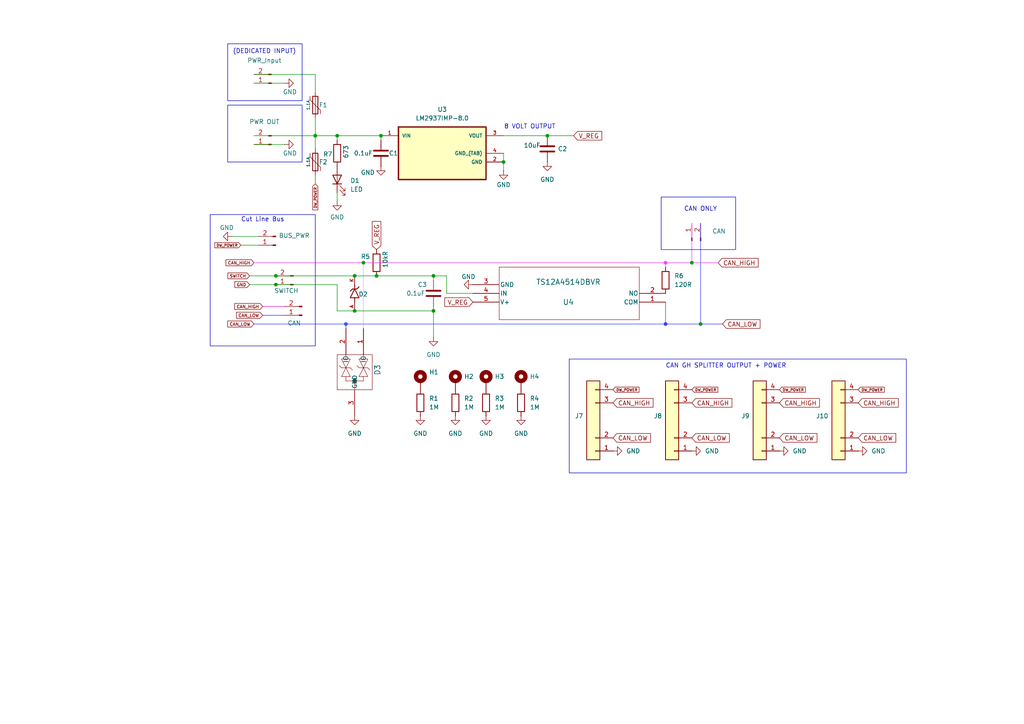
<source format=kicad_sch>
(kicad_sch
	(version 20231120)
	(generator "eeschema")
	(generator_version "8.0")
	(uuid "4a3d11cf-4e16-4dd4-875b-e8b92d024aaf")
	(paper "A4")
	(lib_symbols
		(symbol "Conn_01x04_1"
			(pin_names
				(offset 1.016) hide)
			(exclude_from_sim no)
			(in_bom yes)
			(on_board yes)
			(property "Reference" "J12"
				(at 2.54 0.0001 0)
				(effects
					(font
						(size 1.27 1.27)
					)
					(justify left)
					(hide yes)
				)
			)
			(property "Value" "Conn_01x04"
				(at -6.35 -9.398 0)
				(effects
					(font
						(size 1.27 1.27)
					)
					(justify left)
					(hide yes)
				)
			)
			(property "Footprint" ""
				(at 0 0 0)
				(effects
					(font
						(size 1.27 1.27)
					)
					(hide yes)
				)
			)
			(property "Datasheet" "~"
				(at 0 0 0)
				(effects
					(font
						(size 1.27 1.27)
					)
					(hide yes)
				)
			)
			(property "Description" "Generic connector, single row, 01x04, script generated (kicad-library-utils/schlib/autogen/connector/)"
				(at -2.54 3.048 0)
				(effects
					(font
						(size 1.27 1.27)
					)
					(hide yes)
				)
			)
			(property "ki_keywords" "connector"
				(at 0 0 0)
				(effects
					(font
						(size 1.27 1.27)
					)
					(hide yes)
				)
			)
			(property "ki_fp_filters" "Connector*:*_1x??_*"
				(at 0 0 0)
				(effects
					(font
						(size 1.27 1.27)
					)
					(hide yes)
				)
			)
			(symbol "Conn_01x04_1_1_1"
				(rectangle
					(start -1.27 -7.493)
					(end 0 -7.747)
					(stroke
						(width 0.1524)
						(type default)
					)
					(fill
						(type none)
					)
				)
				(rectangle
					(start -1.27 -3.683)
					(end 0 -3.937)
					(stroke
						(width 0.1524)
						(type default)
					)
					(fill
						(type none)
					)
				)
				(rectangle
					(start -1.27 6.477)
					(end 0 6.223)
					(stroke
						(width 0.1524)
						(type default)
					)
					(fill
						(type none)
					)
				)
				(rectangle
					(start -1.27 10.287)
					(end 0 10.033)
					(stroke
						(width 0.1524)
						(type default)
					)
					(fill
						(type none)
					)
				)
				(rectangle
					(start -1.27 12.7)
					(end 2.54 -10.16)
					(stroke
						(width 0.254)
						(type default)
					)
					(fill
						(type background)
					)
				)
				(pin passive line
					(at -5.08 10.16 0)
					(length 3.81)
					(name "Pin_1"
						(effects
							(font
								(size 1.27 1.27)
							)
						)
					)
					(number "1"
						(effects
							(font
								(size 1.27 1.27)
							)
						)
					)
				)
				(pin passive line
					(at -5.08 6.35 0)
					(length 3.81)
					(name "Pin_2"
						(effects
							(font
								(size 1.27 1.27)
							)
						)
					)
					(number "2"
						(effects
							(font
								(size 1.27 1.27)
							)
						)
					)
				)
				(pin passive line
					(at -5.08 -3.81 0)
					(length 3.81)
					(name "Pin_3"
						(effects
							(font
								(size 1.27 1.27)
							)
						)
					)
					(number "3"
						(effects
							(font
								(size 1.27 1.27)
							)
						)
					)
				)
				(pin passive line
					(at -5.08 -7.62 0)
					(length 3.81)
					(name "Pin_4"
						(effects
							(font
								(size 1.27 1.27)
							)
						)
					)
					(number "4"
						(effects
							(font
								(size 1.27 1.27)
							)
						)
					)
				)
			)
		)
		(symbol "Connector:Conn_01x02_Pin"
			(pin_names
				(offset 1.016) hide)
			(exclude_from_sim no)
			(in_bom yes)
			(on_board yes)
			(property "Reference" "J"
				(at 0 2.54 0)
				(effects
					(font
						(size 1.27 1.27)
					)
				)
			)
			(property "Value" "Conn_01x02_Pin"
				(at 0 -5.08 0)
				(effects
					(font
						(size 1.27 1.27)
					)
				)
			)
			(property "Footprint" ""
				(at 0 0 0)
				(effects
					(font
						(size 1.27 1.27)
					)
					(hide yes)
				)
			)
			(property "Datasheet" "~"
				(at 0 0 0)
				(effects
					(font
						(size 1.27 1.27)
					)
					(hide yes)
				)
			)
			(property "Description" "Generic connector, single row, 01x02, script generated"
				(at 0 0 0)
				(effects
					(font
						(size 1.27 1.27)
					)
					(hide yes)
				)
			)
			(property "ki_locked" ""
				(at 0 0 0)
				(effects
					(font
						(size 1.27 1.27)
					)
				)
			)
			(property "ki_keywords" "connector"
				(at 0 0 0)
				(effects
					(font
						(size 1.27 1.27)
					)
					(hide yes)
				)
			)
			(property "ki_fp_filters" "Connector*:*_1x??_*"
				(at 0 0 0)
				(effects
					(font
						(size 1.27 1.27)
					)
					(hide yes)
				)
			)
			(symbol "Conn_01x02_Pin_1_1"
				(polyline
					(pts
						(xy 1.27 -2.54) (xy 0.8636 -2.54)
					)
					(stroke
						(width 0.1524)
						(type default)
					)
					(fill
						(type none)
					)
				)
				(polyline
					(pts
						(xy 1.27 0) (xy 0.8636 0)
					)
					(stroke
						(width 0.1524)
						(type default)
					)
					(fill
						(type none)
					)
				)
				(rectangle
					(start 0.8636 -2.413)
					(end 0 -2.667)
					(stroke
						(width 0.1524)
						(type default)
					)
					(fill
						(type outline)
					)
				)
				(rectangle
					(start 0.8636 0.127)
					(end 0 -0.127)
					(stroke
						(width 0.1524)
						(type default)
					)
					(fill
						(type outline)
					)
				)
				(pin passive line
					(at 5.08 0 180)
					(length 3.81)
					(name "Pin_1"
						(effects
							(font
								(size 1.27 1.27)
							)
						)
					)
					(number "1"
						(effects
							(font
								(size 1.27 1.27)
							)
						)
					)
				)
				(pin passive line
					(at 5.08 -2.54 180)
					(length 3.81)
					(name "Pin_2"
						(effects
							(font
								(size 1.27 1.27)
							)
						)
					)
					(number "2"
						(effects
							(font
								(size 1.27 1.27)
							)
						)
					)
				)
			)
		)
		(symbol "Device:C"
			(pin_numbers hide)
			(pin_names
				(offset 0.254)
			)
			(exclude_from_sim no)
			(in_bom yes)
			(on_board yes)
			(property "Reference" "C"
				(at 0.635 2.54 0)
				(effects
					(font
						(size 1.27 1.27)
					)
					(justify left)
				)
			)
			(property "Value" "C"
				(at 0.635 -2.54 0)
				(effects
					(font
						(size 1.27 1.27)
					)
					(justify left)
				)
			)
			(property "Footprint" ""
				(at 0.9652 -3.81 0)
				(effects
					(font
						(size 1.27 1.27)
					)
					(hide yes)
				)
			)
			(property "Datasheet" "~"
				(at 0 0 0)
				(effects
					(font
						(size 1.27 1.27)
					)
					(hide yes)
				)
			)
			(property "Description" "Unpolarized capacitor"
				(at 0 0 0)
				(effects
					(font
						(size 1.27 1.27)
					)
					(hide yes)
				)
			)
			(property "ki_keywords" "cap capacitor"
				(at 0 0 0)
				(effects
					(font
						(size 1.27 1.27)
					)
					(hide yes)
				)
			)
			(property "ki_fp_filters" "C_*"
				(at 0 0 0)
				(effects
					(font
						(size 1.27 1.27)
					)
					(hide yes)
				)
			)
			(symbol "C_0_1"
				(polyline
					(pts
						(xy -2.032 -0.762) (xy 2.032 -0.762)
					)
					(stroke
						(width 0.508)
						(type default)
					)
					(fill
						(type none)
					)
				)
				(polyline
					(pts
						(xy -2.032 0.762) (xy 2.032 0.762)
					)
					(stroke
						(width 0.508)
						(type default)
					)
					(fill
						(type none)
					)
				)
			)
			(symbol "C_1_1"
				(pin passive line
					(at 0 3.81 270)
					(length 2.794)
					(name "~"
						(effects
							(font
								(size 1.27 1.27)
							)
						)
					)
					(number "1"
						(effects
							(font
								(size 1.27 1.27)
							)
						)
					)
				)
				(pin passive line
					(at 0 -3.81 90)
					(length 2.794)
					(name "~"
						(effects
							(font
								(size 1.27 1.27)
							)
						)
					)
					(number "2"
						(effects
							(font
								(size 1.27 1.27)
							)
						)
					)
				)
			)
		)
		(symbol "Device:LED"
			(pin_numbers hide)
			(pin_names
				(offset 1.016) hide)
			(exclude_from_sim no)
			(in_bom yes)
			(on_board yes)
			(property "Reference" "D"
				(at 0 2.54 0)
				(effects
					(font
						(size 1.27 1.27)
					)
				)
			)
			(property "Value" "LED"
				(at 0 -2.54 0)
				(effects
					(font
						(size 1.27 1.27)
					)
				)
			)
			(property "Footprint" ""
				(at 0 0 0)
				(effects
					(font
						(size 1.27 1.27)
					)
					(hide yes)
				)
			)
			(property "Datasheet" "~"
				(at 0 0 0)
				(effects
					(font
						(size 1.27 1.27)
					)
					(hide yes)
				)
			)
			(property "Description" "Light emitting diode"
				(at 0 0 0)
				(effects
					(font
						(size 1.27 1.27)
					)
					(hide yes)
				)
			)
			(property "ki_keywords" "LED diode"
				(at 0 0 0)
				(effects
					(font
						(size 1.27 1.27)
					)
					(hide yes)
				)
			)
			(property "ki_fp_filters" "LED* LED_SMD:* LED_THT:*"
				(at 0 0 0)
				(effects
					(font
						(size 1.27 1.27)
					)
					(hide yes)
				)
			)
			(symbol "LED_0_1"
				(polyline
					(pts
						(xy -1.27 -1.27) (xy -1.27 1.27)
					)
					(stroke
						(width 0.254)
						(type default)
					)
					(fill
						(type none)
					)
				)
				(polyline
					(pts
						(xy -1.27 0) (xy 1.27 0)
					)
					(stroke
						(width 0)
						(type default)
					)
					(fill
						(type none)
					)
				)
				(polyline
					(pts
						(xy 1.27 -1.27) (xy 1.27 1.27) (xy -1.27 0) (xy 1.27 -1.27)
					)
					(stroke
						(width 0.254)
						(type default)
					)
					(fill
						(type none)
					)
				)
				(polyline
					(pts
						(xy -3.048 -0.762) (xy -4.572 -2.286) (xy -3.81 -2.286) (xy -4.572 -2.286) (xy -4.572 -1.524)
					)
					(stroke
						(width 0)
						(type default)
					)
					(fill
						(type none)
					)
				)
				(polyline
					(pts
						(xy -1.778 -0.762) (xy -3.302 -2.286) (xy -2.54 -2.286) (xy -3.302 -2.286) (xy -3.302 -1.524)
					)
					(stroke
						(width 0)
						(type default)
					)
					(fill
						(type none)
					)
				)
			)
			(symbol "LED_1_1"
				(pin passive line
					(at -3.81 0 0)
					(length 2.54)
					(name "K"
						(effects
							(font
								(size 1.27 1.27)
							)
						)
					)
					(number "1"
						(effects
							(font
								(size 1.27 1.27)
							)
						)
					)
				)
				(pin passive line
					(at 3.81 0 180)
					(length 2.54)
					(name "A"
						(effects
							(font
								(size 1.27 1.27)
							)
						)
					)
					(number "2"
						(effects
							(font
								(size 1.27 1.27)
							)
						)
					)
				)
			)
		)
		(symbol "Device:Polyfuse"
			(pin_numbers hide)
			(pin_names
				(offset 0)
			)
			(exclude_from_sim no)
			(in_bom yes)
			(on_board yes)
			(property "Reference" "F"
				(at -2.54 0 90)
				(effects
					(font
						(size 1.27 1.27)
					)
				)
			)
			(property "Value" "Polyfuse"
				(at 2.54 0 90)
				(effects
					(font
						(size 1.27 1.27)
					)
				)
			)
			(property "Footprint" ""
				(at 1.27 -5.08 0)
				(effects
					(font
						(size 1.27 1.27)
					)
					(justify left)
					(hide yes)
				)
			)
			(property "Datasheet" "~"
				(at 0 0 0)
				(effects
					(font
						(size 1.27 1.27)
					)
					(hide yes)
				)
			)
			(property "Description" "Resettable fuse, polymeric positive temperature coefficient"
				(at 0 0 0)
				(effects
					(font
						(size 1.27 1.27)
					)
					(hide yes)
				)
			)
			(property "ki_keywords" "resettable fuse PTC PPTC polyfuse polyswitch"
				(at 0 0 0)
				(effects
					(font
						(size 1.27 1.27)
					)
					(hide yes)
				)
			)
			(property "ki_fp_filters" "*polyfuse* *PTC*"
				(at 0 0 0)
				(effects
					(font
						(size 1.27 1.27)
					)
					(hide yes)
				)
			)
			(symbol "Polyfuse_0_1"
				(rectangle
					(start -0.762 2.54)
					(end 0.762 -2.54)
					(stroke
						(width 0.254)
						(type default)
					)
					(fill
						(type none)
					)
				)
				(polyline
					(pts
						(xy 0 2.54) (xy 0 -2.54)
					)
					(stroke
						(width 0)
						(type default)
					)
					(fill
						(type none)
					)
				)
				(polyline
					(pts
						(xy -1.524 2.54) (xy -1.524 1.524) (xy 1.524 -1.524) (xy 1.524 -2.54)
					)
					(stroke
						(width 0)
						(type default)
					)
					(fill
						(type none)
					)
				)
			)
			(symbol "Polyfuse_1_1"
				(pin passive line
					(at 0 3.81 270)
					(length 1.27)
					(name "~"
						(effects
							(font
								(size 1.27 1.27)
							)
						)
					)
					(number "1"
						(effects
							(font
								(size 1.27 1.27)
							)
						)
					)
				)
				(pin passive line
					(at 0 -3.81 90)
					(length 1.27)
					(name "~"
						(effects
							(font
								(size 1.27 1.27)
							)
						)
					)
					(number "2"
						(effects
							(font
								(size 1.27 1.27)
							)
						)
					)
				)
			)
		)
		(symbol "Device:R"
			(pin_numbers hide)
			(pin_names
				(offset 0)
			)
			(exclude_from_sim no)
			(in_bom yes)
			(on_board yes)
			(property "Reference" "R"
				(at 2.032 0 90)
				(effects
					(font
						(size 1.27 1.27)
					)
				)
			)
			(property "Value" "R"
				(at 0 0 90)
				(effects
					(font
						(size 1.27 1.27)
					)
				)
			)
			(property "Footprint" ""
				(at -1.778 0 90)
				(effects
					(font
						(size 1.27 1.27)
					)
					(hide yes)
				)
			)
			(property "Datasheet" "~"
				(at 0 0 0)
				(effects
					(font
						(size 1.27 1.27)
					)
					(hide yes)
				)
			)
			(property "Description" "Resistor"
				(at 0 0 0)
				(effects
					(font
						(size 1.27 1.27)
					)
					(hide yes)
				)
			)
			(property "ki_keywords" "R res resistor"
				(at 0 0 0)
				(effects
					(font
						(size 1.27 1.27)
					)
					(hide yes)
				)
			)
			(property "ki_fp_filters" "R_*"
				(at 0 0 0)
				(effects
					(font
						(size 1.27 1.27)
					)
					(hide yes)
				)
			)
			(symbol "R_0_1"
				(rectangle
					(start -1.016 -2.54)
					(end 1.016 2.54)
					(stroke
						(width 0.254)
						(type default)
					)
					(fill
						(type none)
					)
				)
			)
			(symbol "R_1_1"
				(pin passive line
					(at 0 3.81 270)
					(length 1.27)
					(name "~"
						(effects
							(font
								(size 1.27 1.27)
							)
						)
					)
					(number "1"
						(effects
							(font
								(size 1.27 1.27)
							)
						)
					)
				)
				(pin passive line
					(at 0 -3.81 90)
					(length 1.27)
					(name "~"
						(effects
							(font
								(size 1.27 1.27)
							)
						)
					)
					(number "2"
						(effects
							(font
								(size 1.27 1.27)
							)
						)
					)
				)
			)
		)
		(symbol "ESD2CAN36-Q1:ESD2CAN36DBZRQ1"
			(pin_names
				(offset 0.254)
			)
			(exclude_from_sim no)
			(in_bom yes)
			(on_board yes)
			(property "Reference" "CR"
				(at 12.7 7.62 0)
				(effects
					(font
						(size 1.524 1.524)
					)
				)
			)
			(property "Value" "ESD2CAN36DBZRQ1"
				(at 12.7 5.08 0)
				(effects
					(font
						(size 1.524 1.524)
					)
				)
			)
			(property "Footprint" "SOT-23-3_DBZ_TEX"
				(at 0 0 0)
				(effects
					(font
						(size 1.27 1.27)
						(italic yes)
					)
					(hide yes)
				)
			)
			(property "Datasheet" "ESD2CAN36DBZRQ1"
				(at 0 0 0)
				(effects
					(font
						(size 1.27 1.27)
						(italic yes)
					)
					(hide yes)
				)
			)
			(property "Description" ""
				(at 0 0 0)
				(effects
					(font
						(size 1.27 1.27)
					)
					(hide yes)
				)
			)
			(property "ki_locked" ""
				(at 0 0 0)
				(effects
					(font
						(size 1.27 1.27)
					)
				)
			)
			(property "ki_keywords" "ESD2CAN36DBZRQ1"
				(at 0 0 0)
				(effects
					(font
						(size 1.27 1.27)
					)
					(hide yes)
				)
			)
			(property "ki_fp_filters" "SOT-23-3_DBZ_TEX SOT-23-3_DBZ_TEX-M SOT-23-3_DBZ_TEX-L"
				(at 0 0 0)
				(effects
					(font
						(size 1.27 1.27)
					)
					(hide yes)
				)
			)
			(symbol "ESD2CAN36DBZRQ1_0_1"
				(polyline
					(pts
						(xy 7.62 -7.62) (xy 17.78 -7.62)
					)
					(stroke
						(width 0.127)
						(type default)
					)
					(fill
						(type none)
					)
				)
				(polyline
					(pts
						(xy 7.62 -5.08) (xy 8.89 -5.08)
					)
					(stroke
						(width 0.127)
						(type default)
					)
					(fill
						(type none)
					)
				)
				(polyline
					(pts
						(xy 7.62 0) (xy 8.89 0)
					)
					(stroke
						(width 0.127)
						(type default)
					)
					(fill
						(type none)
					)
				)
				(polyline
					(pts
						(xy 7.62 2.54) (xy 7.62 -7.62)
					)
					(stroke
						(width 0.127)
						(type default)
					)
					(fill
						(type none)
					)
				)
				(polyline
					(pts
						(xy 8.89 -6.35) (xy 13.97 -3.81)
					)
					(stroke
						(width 0.127)
						(type default)
					)
					(fill
						(type none)
					)
				)
				(polyline
					(pts
						(xy 8.89 -3.81) (xy 8.89 -6.35)
					)
					(stroke
						(width 0.127)
						(type default)
					)
					(fill
						(type none)
					)
				)
				(polyline
					(pts
						(xy 8.89 -3.81) (xy 13.97 -6.35)
					)
					(stroke
						(width 0.127)
						(type default)
					)
					(fill
						(type none)
					)
				)
				(polyline
					(pts
						(xy 8.89 -1.27) (xy 13.97 1.27)
					)
					(stroke
						(width 0.127)
						(type default)
					)
					(fill
						(type none)
					)
				)
				(polyline
					(pts
						(xy 8.89 1.27) (xy 8.89 -1.27)
					)
					(stroke
						(width 0.127)
						(type default)
					)
					(fill
						(type none)
					)
				)
				(polyline
					(pts
						(xy 8.89 1.27) (xy 13.97 -1.27)
					)
					(stroke
						(width 0.127)
						(type default)
					)
					(fill
						(type none)
					)
				)
				(polyline
					(pts
						(xy 11.43 -6.35) (xy 10.795 -6.985)
					)
					(stroke
						(width 0.127)
						(type default)
					)
					(fill
						(type none)
					)
				)
				(polyline
					(pts
						(xy 11.43 -3.81) (xy 11.43 -6.35)
					)
					(stroke
						(width 0.127)
						(type default)
					)
					(fill
						(type none)
					)
				)
				(polyline
					(pts
						(xy 11.43 -3.81) (xy 12.065 -3.175)
					)
					(stroke
						(width 0.127)
						(type default)
					)
					(fill
						(type none)
					)
				)
				(polyline
					(pts
						(xy 11.43 -1.27) (xy 10.795 -1.905)
					)
					(stroke
						(width 0.127)
						(type default)
					)
					(fill
						(type none)
					)
				)
				(polyline
					(pts
						(xy 11.43 1.27) (xy 11.43 -1.27)
					)
					(stroke
						(width 0.127)
						(type default)
					)
					(fill
						(type none)
					)
				)
				(polyline
					(pts
						(xy 11.43 1.27) (xy 12.065 1.905)
					)
					(stroke
						(width 0.127)
						(type default)
					)
					(fill
						(type none)
					)
				)
				(polyline
					(pts
						(xy 13.97 -5.08) (xy 15.24 -5.08)
					)
					(stroke
						(width 0.127)
						(type default)
					)
					(fill
						(type none)
					)
				)
				(polyline
					(pts
						(xy 13.97 -3.81) (xy 13.97 -6.35)
					)
					(stroke
						(width 0.127)
						(type default)
					)
					(fill
						(type none)
					)
				)
				(polyline
					(pts
						(xy 13.97 0) (xy 15.24 0)
					)
					(stroke
						(width 0.127)
						(type default)
					)
					(fill
						(type none)
					)
				)
				(polyline
					(pts
						(xy 13.97 1.27) (xy 13.97 -1.27)
					)
					(stroke
						(width 0.127)
						(type default)
					)
					(fill
						(type none)
					)
				)
				(polyline
					(pts
						(xy 15.24 -2.54) (xy 17.78 -2.54)
					)
					(stroke
						(width 0.127)
						(type default)
					)
					(fill
						(type none)
					)
				)
				(polyline
					(pts
						(xy 15.24 0) (xy 15.24 -5.08)
					)
					(stroke
						(width 0.127)
						(type default)
					)
					(fill
						(type none)
					)
				)
				(polyline
					(pts
						(xy 17.78 -7.62) (xy 17.78 2.54)
					)
					(stroke
						(width 0.127)
						(type default)
					)
					(fill
						(type none)
					)
				)
				(polyline
					(pts
						(xy 17.78 2.54) (xy 7.62 2.54)
					)
					(stroke
						(width 0.127)
						(type default)
					)
					(fill
						(type none)
					)
				)
				(circle
					(center 15.24 -2.54)
					(radius 0.127)
					(stroke
						(width 0.508)
						(type default)
					)
					(fill
						(type none)
					)
				)
				(pin bidirectional line
					(at 0 0 0)
					(length 7.62)
					(name "IO"
						(effects
							(font
								(size 1.27 1.27)
							)
						)
					)
					(number "1"
						(effects
							(font
								(size 1.27 1.27)
							)
						)
					)
				)
				(pin bidirectional line
					(at 0 -5.08 0)
					(length 7.62)
					(name "IO"
						(effects
							(font
								(size 1.27 1.27)
							)
						)
					)
					(number "2"
						(effects
							(font
								(size 1.27 1.27)
							)
						)
					)
				)
				(pin power_out line
					(at 25.4 -2.54 180)
					(length 7.62)
					(name "GND"
						(effects
							(font
								(size 1.27 1.27)
							)
						)
					)
					(number "3"
						(effects
							(font
								(size 1.27 1.27)
							)
						)
					)
				)
			)
		)
		(symbol "LM2937IMP-8.0:LM2937IMP-8.0"
			(pin_names
				(offset 1.016)
			)
			(exclude_from_sim no)
			(in_bom yes)
			(on_board yes)
			(property "Reference" "U"
				(at -12.7 8.62 0)
				(effects
					(font
						(size 1.27 1.27)
					)
					(justify left bottom)
				)
			)
			(property "Value" "LM2937IMP-8.0"
				(at -12.7 -11.62 0)
				(effects
					(font
						(size 1.27 1.27)
					)
					(justify left bottom)
				)
			)
			(property "Footprint" "LM2937IMP-8.0:SOT230P700X180-4N"
				(at 0 0 0)
				(effects
					(font
						(size 1.27 1.27)
					)
					(justify bottom)
					(hide yes)
				)
			)
			(property "Datasheet" ""
				(at 0 0 0)
				(effects
					(font
						(size 1.27 1.27)
					)
					(hide yes)
				)
			)
			(property "Description" ""
				(at 0 0 0)
				(effects
					(font
						(size 1.27 1.27)
					)
					(hide yes)
				)
			)
			(symbol "LM2937IMP-8.0_0_0"
				(rectangle
					(start -12.7 -7.62)
					(end 12.7 7.62)
					(stroke
						(width 0.41)
						(type default)
					)
					(fill
						(type background)
					)
				)
				(pin input line
					(at -17.78 5.08 0)
					(length 5.08)
					(name "VIN"
						(effects
							(font
								(size 1.016 1.016)
							)
						)
					)
					(number "1"
						(effects
							(font
								(size 1.016 1.016)
							)
						)
					)
				)
				(pin power_in line
					(at 17.78 -2.54 180)
					(length 5.08)
					(name "GND"
						(effects
							(font
								(size 1.016 1.016)
							)
						)
					)
					(number "2"
						(effects
							(font
								(size 1.016 1.016)
							)
						)
					)
				)
				(pin output line
					(at 17.78 5.08 180)
					(length 5.08)
					(name "VOUT"
						(effects
							(font
								(size 1.016 1.016)
							)
						)
					)
					(number "3"
						(effects
							(font
								(size 1.016 1.016)
							)
						)
					)
				)
				(pin power_in line
					(at 17.78 0 180)
					(length 5.08)
					(name "GND_(TAB)"
						(effects
							(font
								(size 1.016 1.016)
							)
						)
					)
					(number "4"
						(effects
							(font
								(size 1.016 1.016)
							)
						)
					)
				)
			)
		)
		(symbol "Mechanical:MountingHole_Pad"
			(pin_numbers hide)
			(pin_names
				(offset 1.016) hide)
			(exclude_from_sim yes)
			(in_bom no)
			(on_board yes)
			(property "Reference" "H"
				(at 0 6.35 0)
				(effects
					(font
						(size 1.27 1.27)
					)
				)
			)
			(property "Value" "MountingHole_Pad"
				(at 0 4.445 0)
				(effects
					(font
						(size 1.27 1.27)
					)
				)
			)
			(property "Footprint" ""
				(at 0 0 0)
				(effects
					(font
						(size 1.27 1.27)
					)
					(hide yes)
				)
			)
			(property "Datasheet" "~"
				(at 0 0 0)
				(effects
					(font
						(size 1.27 1.27)
					)
					(hide yes)
				)
			)
			(property "Description" "Mounting Hole with connection"
				(at 0 0 0)
				(effects
					(font
						(size 1.27 1.27)
					)
					(hide yes)
				)
			)
			(property "ki_keywords" "mounting hole"
				(at 0 0 0)
				(effects
					(font
						(size 1.27 1.27)
					)
					(hide yes)
				)
			)
			(property "ki_fp_filters" "MountingHole*Pad*"
				(at 0 0 0)
				(effects
					(font
						(size 1.27 1.27)
					)
					(hide yes)
				)
			)
			(symbol "MountingHole_Pad_0_1"
				(circle
					(center 0 1.27)
					(radius 1.27)
					(stroke
						(width 1.27)
						(type default)
					)
					(fill
						(type none)
					)
				)
			)
			(symbol "MountingHole_Pad_1_1"
				(pin input line
					(at 0 -2.54 90)
					(length 2.54)
					(name "1"
						(effects
							(font
								(size 1.27 1.27)
							)
						)
					)
					(number "1"
						(effects
							(font
								(size 1.27 1.27)
							)
						)
					)
				)
			)
		)
		(symbol "TS12A4514:TS12A4514DBVR"
			(pin_names
				(offset 0.254)
			)
			(exclude_from_sim no)
			(in_bom yes)
			(on_board yes)
			(property "Reference" "U"
				(at 27.94 10.16 0)
				(effects
					(font
						(size 1.524 1.524)
					)
				)
			)
			(property "Value" "TS12A4514DBVR"
				(at 27.94 7.62 0)
				(effects
					(font
						(size 1.524 1.524)
					)
				)
			)
			(property "Footprint" "DBV5"
				(at 0 0 0)
				(effects
					(font
						(size 1.27 1.27)
						(italic yes)
					)
					(hide yes)
				)
			)
			(property "Datasheet" "TS12A4514DBVR"
				(at 0 0 0)
				(effects
					(font
						(size 1.27 1.27)
						(italic yes)
					)
					(hide yes)
				)
			)
			(property "Description" ""
				(at 0 0 0)
				(effects
					(font
						(size 1.27 1.27)
					)
					(hide yes)
				)
			)
			(property "ki_locked" ""
				(at 0 0 0)
				(effects
					(font
						(size 1.27 1.27)
					)
				)
			)
			(property "ki_keywords" "TS12A4514DBVR"
				(at 0 0 0)
				(effects
					(font
						(size 1.27 1.27)
					)
					(hide yes)
				)
			)
			(property "ki_fp_filters" "DBV5 DBV5-M DBV5-L"
				(at 0 0 0)
				(effects
					(font
						(size 1.27 1.27)
					)
					(hide yes)
				)
			)
			(symbol "TS12A4514DBVR_0_1"
				(polyline
					(pts
						(xy 7.62 -10.16) (xy 48.26 -10.16)
					)
					(stroke
						(width 0.127)
						(type default)
					)
					(fill
						(type none)
					)
				)
				(polyline
					(pts
						(xy 7.62 5.08) (xy 7.62 -10.16)
					)
					(stroke
						(width 0.127)
						(type default)
					)
					(fill
						(type none)
					)
				)
				(polyline
					(pts
						(xy 48.26 -10.16) (xy 48.26 5.08)
					)
					(stroke
						(width 0.127)
						(type default)
					)
					(fill
						(type none)
					)
				)
				(polyline
					(pts
						(xy 48.26 5.08) (xy 7.62 5.08)
					)
					(stroke
						(width 0.127)
						(type default)
					)
					(fill
						(type none)
					)
				)
				(pin unspecified line
					(at 0 0 0)
					(length 7.62)
					(name "COM"
						(effects
							(font
								(size 1.27 1.27)
							)
						)
					)
					(number "1"
						(effects
							(font
								(size 1.27 1.27)
							)
						)
					)
				)
				(pin output line
					(at 0 -2.54 0)
					(length 7.62)
					(name "NO"
						(effects
							(font
								(size 1.27 1.27)
							)
						)
					)
					(number "2"
						(effects
							(font
								(size 1.27 1.27)
							)
						)
					)
				)
				(pin power_in line
					(at 55.88 -5.08 180)
					(length 7.62)
					(name "GND"
						(effects
							(font
								(size 1.27 1.27)
							)
						)
					)
					(number "3"
						(effects
							(font
								(size 1.27 1.27)
							)
						)
					)
				)
				(pin input line
					(at 55.88 -2.54 180)
					(length 7.62)
					(name "IN"
						(effects
							(font
								(size 1.27 1.27)
							)
						)
					)
					(number "4"
						(effects
							(font
								(size 1.27 1.27)
							)
						)
					)
				)
				(pin power_in line
					(at 55.88 0 180)
					(length 7.62)
					(name "V+"
						(effects
							(font
								(size 1.27 1.27)
							)
						)
					)
					(number "5"
						(effects
							(font
								(size 1.27 1.27)
							)
						)
					)
				)
			)
		)
		(symbol "UCLAMP1071P.TNT:UCLAMP1071P.TNT"
			(pin_names
				(offset 1.016)
			)
			(exclude_from_sim no)
			(in_bom yes)
			(on_board yes)
			(property "Reference" "D"
				(at -5.08 2.54 0)
				(effects
					(font
						(size 1.27 1.27)
					)
					(justify left bottom)
				)
			)
			(property "Value" "UCLAMP1071P.TNT"
				(at -5.08 -3.81 0)
				(effects
					(font
						(size 1.27 1.27)
					)
					(justify left bottom)
				)
			)
			(property "Footprint" "UCLAMP1071P.TNT:DIO_UCLAMP1071P.TNT"
				(at 0 0 0)
				(effects
					(font
						(size 1.27 1.27)
					)
					(justify bottom)
					(hide yes)
				)
			)
			(property "Datasheet" ""
				(at 0 0 0)
				(effects
					(font
						(size 1.27 1.27)
					)
					(hide yes)
				)
			)
			(property "Description" ""
				(at 0 0 0)
				(effects
					(font
						(size 1.27 1.27)
					)
					(hide yes)
				)
			)
			(property "PARTREV" "8.1"
				(at 0 0 0)
				(effects
					(font
						(size 1.27 1.27)
					)
					(justify bottom)
					(hide yes)
				)
			)
			(property "MANUFACTURER" "Semtech Corporation"
				(at 0 0 0)
				(effects
					(font
						(size 1.27 1.27)
					)
					(justify bottom)
					(hide yes)
				)
			)
			(property "MAXIMUM_PACKAGE_HEIGHT" "0.55mm"
				(at 0 0 0)
				(effects
					(font
						(size 1.27 1.27)
					)
					(justify bottom)
					(hide yes)
				)
			)
			(property "STANDARD" "Manufacturer Recommendations"
				(at 0 0 0)
				(effects
					(font
						(size 1.27 1.27)
					)
					(justify bottom)
					(hide yes)
				)
			)
			(symbol "UCLAMP1071P.TNT_0_0"
				(polyline
					(pts
						(xy -2.54 0) (xy -1.27 0)
					)
					(stroke
						(width 0.254)
						(type default)
					)
					(fill
						(type none)
					)
				)
				(polyline
					(pts
						(xy -1.27 -1.27) (xy 1.27 0)
					)
					(stroke
						(width 0.254)
						(type default)
					)
					(fill
						(type none)
					)
				)
				(polyline
					(pts
						(xy -1.27 0) (xy -1.27 -1.27)
					)
					(stroke
						(width 0.254)
						(type default)
					)
					(fill
						(type none)
					)
				)
				(polyline
					(pts
						(xy -1.27 1.27) (xy -1.27 0)
					)
					(stroke
						(width 0.254)
						(type default)
					)
					(fill
						(type none)
					)
				)
				(polyline
					(pts
						(xy 0.635 1.27) (xy 1.27 0.635)
					)
					(stroke
						(width 0.254)
						(type default)
					)
					(fill
						(type none)
					)
				)
				(polyline
					(pts
						(xy 1.27 -0.635) (xy 1.905 -1.27)
					)
					(stroke
						(width 0.254)
						(type default)
					)
					(fill
						(type none)
					)
				)
				(polyline
					(pts
						(xy 1.27 0) (xy -1.27 1.27)
					)
					(stroke
						(width 0.254)
						(type default)
					)
					(fill
						(type none)
					)
				)
				(polyline
					(pts
						(xy 1.27 0) (xy 1.27 -0.635)
					)
					(stroke
						(width 0.254)
						(type default)
					)
					(fill
						(type none)
					)
				)
				(polyline
					(pts
						(xy 1.27 0.635) (xy 1.27 0)
					)
					(stroke
						(width 0.254)
						(type default)
					)
					(fill
						(type none)
					)
				)
				(polyline
					(pts
						(xy 2.54 0) (xy 1.27 0)
					)
					(stroke
						(width 0.254)
						(type default)
					)
					(fill
						(type none)
					)
				)
				(pin passive line
					(at -5.08 0 0)
					(length 2.54)
					(name "~"
						(effects
							(font
								(size 1.016 1.016)
							)
						)
					)
					(number "A"
						(effects
							(font
								(size 1.016 1.016)
							)
						)
					)
				)
				(pin passive line
					(at 5.08 0 180)
					(length 2.54)
					(name "~"
						(effects
							(font
								(size 1.016 1.016)
							)
						)
					)
					(number "K"
						(effects
							(font
								(size 1.016 1.016)
							)
						)
					)
				)
			)
		)
		(symbol "power:GND"
			(power)
			(pin_numbers hide)
			(pin_names
				(offset 0) hide)
			(exclude_from_sim no)
			(in_bom yes)
			(on_board yes)
			(property "Reference" "#PWR"
				(at 0 -6.35 0)
				(effects
					(font
						(size 1.27 1.27)
					)
					(hide yes)
				)
			)
			(property "Value" "GND"
				(at 0 -3.81 0)
				(effects
					(font
						(size 1.27 1.27)
					)
				)
			)
			(property "Footprint" ""
				(at 0 0 0)
				(effects
					(font
						(size 1.27 1.27)
					)
					(hide yes)
				)
			)
			(property "Datasheet" ""
				(at 0 0 0)
				(effects
					(font
						(size 1.27 1.27)
					)
					(hide yes)
				)
			)
			(property "Description" "Power symbol creates a global label with name \"GND\" , ground"
				(at 0 0 0)
				(effects
					(font
						(size 1.27 1.27)
					)
					(hide yes)
				)
			)
			(property "ki_keywords" "global power"
				(at 0 0 0)
				(effects
					(font
						(size 1.27 1.27)
					)
					(hide yes)
				)
			)
			(symbol "GND_0_1"
				(polyline
					(pts
						(xy 0 0) (xy 0 -1.27) (xy 1.27 -1.27) (xy 0 -2.54) (xy -1.27 -1.27) (xy 0 -1.27)
					)
					(stroke
						(width 0)
						(type default)
					)
					(fill
						(type none)
					)
				)
			)
			(symbol "GND_1_1"
				(pin power_in line
					(at 0 0 270)
					(length 0)
					(name "~"
						(effects
							(font
								(size 1.27 1.27)
							)
						)
					)
					(number "1"
						(effects
							(font
								(size 1.27 1.27)
							)
						)
					)
				)
			)
		)
	)
	(junction
		(at 102.87 90.17)
		(diameter 0)
		(color 0 0 0 0)
		(uuid "06e36e0e-ac0c-4941-b794-1b38906bf3a2")
	)
	(junction
		(at 200.66 76.2)
		(diameter 0)
		(color 0 0 0 0)
		(uuid "0d94da34-4c0f-4521-8206-fb38017dc4d6")
	)
	(junction
		(at 203.2 93.98)
		(diameter 0)
		(color 0 0 0 0)
		(uuid "15784e5f-1900-40fa-8eaf-8a9eb3998e35")
	)
	(junction
		(at 146.05 46.99)
		(diameter 0)
		(color 0 0 0 0)
		(uuid "1e68cf05-9aa6-469d-9a7d-699be5b62829")
	)
	(junction
		(at 110.49 39.37)
		(diameter 0)
		(color 0 0 0 0)
		(uuid "25351dc8-4729-4071-a4c1-7421a66b8a69")
	)
	(junction
		(at 109.22 80.01)
		(diameter 0)
		(color 0 0 0 0)
		(uuid "479b861e-d9c1-4995-a704-fb1bd3862bce")
	)
	(junction
		(at 105.41 76.2)
		(diameter 0)
		(color 0 0 0 0)
		(uuid "60ab0d60-cab5-4152-9ea7-643cf7096956")
	)
	(junction
		(at 125.73 80.01)
		(diameter 0)
		(color 0 0 0 0)
		(uuid "6a6ec239-0a70-4b23-809c-fae8b10fcc84")
	)
	(junction
		(at 158.75 39.37)
		(diameter 0)
		(color 0 0 0 0)
		(uuid "71b5c43e-a5a7-4ec6-a54e-32fc84a47ed6")
	)
	(junction
		(at 97.79 39.37)
		(diameter 0)
		(color 0 0 0 0)
		(uuid "90c8e89a-9543-443e-8560-54c0d1b99080")
	)
	(junction
		(at 91.44 39.37)
		(diameter 0)
		(color 0 0 0 0)
		(uuid "9ad018c8-46a4-4b95-b8f8-052dc4a2c9ae")
	)
	(junction
		(at 80.01 80.01)
		(diameter 0)
		(color 0 0 0 0)
		(uuid "a0fce02d-3d7a-4c69-a1ae-5ec2b4727f83")
	)
	(junction
		(at 102.87 80.01)
		(diameter 0)
		(color 0 0 0 0)
		(uuid "a693efdc-4b12-4e7c-8b99-8f9c052909ff")
	)
	(junction
		(at 80.01 82.55)
		(diameter 0)
		(color 0 0 0 0)
		(uuid "b37ebf2e-a13d-4dc5-91a4-d7bdf667f00e")
	)
	(junction
		(at 100.33 93.98)
		(diameter 0)
		(color 58 68 255 1)
		(uuid "b443c792-d8a7-40cf-9c4b-83ef6e35463f")
	)
	(junction
		(at 125.73 90.17)
		(diameter 0)
		(color 0 0 0 0)
		(uuid "b83e2256-2386-48cf-8c93-714e06158fd5")
	)
	(junction
		(at 193.04 76.2)
		(diameter 0)
		(color 247 62 255 1)
		(uuid "cb8fcb86-04dd-480b-95c3-2bf548e6206e")
	)
	(junction
		(at 193.04 93.98)
		(diameter 0)
		(color 48 55 255 1)
		(uuid "cddcd7bb-4fa1-4625-8cde-d97f711da4b4")
	)
	(wire
		(pts
			(xy 74.93 68.58) (xy 67.31 68.58)
		)
		(stroke
			(width 0)
			(type default)
		)
		(uuid "0630911f-0b4f-46f1-babf-00e65faeec6d")
	)
	(wire
		(pts
			(xy 91.44 21.59) (xy 91.44 26.67)
		)
		(stroke
			(width 0)
			(type default)
		)
		(uuid "08f48242-f04d-4aa6-a725-cde8220722ef")
	)
	(wire
		(pts
			(xy 203.2 64.77) (xy 203.2 93.98)
		)
		(stroke
			(width 0)
			(type default)
			(color 48 55 255 1)
		)
		(uuid "0d7872fd-e534-411a-b558-8cf812bf5327")
	)
	(wire
		(pts
			(xy 125.73 80.01) (xy 125.73 81.28)
		)
		(stroke
			(width 0)
			(type default)
		)
		(uuid "0e572be1-8d1c-46cf-bb49-12612cef2060")
	)
	(wire
		(pts
			(xy 102.87 80.01) (xy 109.22 80.01)
		)
		(stroke
			(width 0)
			(type default)
		)
		(uuid "182e0687-861d-4d16-9ce0-5353f642fb2b")
	)
	(wire
		(pts
			(xy 125.73 80.01) (xy 129.54 80.01)
		)
		(stroke
			(width 0)
			(type default)
		)
		(uuid "1d243305-98ac-4fe0-abbc-0891e1472694")
	)
	(wire
		(pts
			(xy 146.05 39.37) (xy 158.75 39.37)
		)
		(stroke
			(width 0)
			(type default)
		)
		(uuid "1fcaf575-ca87-4383-a17a-1a74e1882d6a")
	)
	(wire
		(pts
			(xy 82.55 88.9) (xy 76.2 88.9)
		)
		(stroke
			(width 0)
			(type default)
			(color 255 0 225 1)
		)
		(uuid "20a4066b-3809-4cae-b211-e780f3efbd35")
	)
	(wire
		(pts
			(xy 72.39 82.55) (xy 80.01 82.55)
		)
		(stroke
			(width 0)
			(type default)
		)
		(uuid "23e9bd7f-4be4-4e59-b2fd-941853aed0f6")
	)
	(wire
		(pts
			(xy 203.2 93.98) (xy 209.55 93.98)
		)
		(stroke
			(width 0)
			(type default)
			(color 48 55 255 1)
		)
		(uuid "2ceea36f-839c-4027-af10-f1503ef7f201")
	)
	(wire
		(pts
			(xy 73.66 21.59) (xy 91.44 21.59)
		)
		(stroke
			(width 0)
			(type default)
		)
		(uuid "392463ec-2b19-4c59-bd9d-10632e5933e1")
	)
	(wire
		(pts
			(xy 91.44 39.37) (xy 97.79 39.37)
		)
		(stroke
			(width 0)
			(type default)
		)
		(uuid "39953d85-82cf-4fef-b7ed-3b5f988546f4")
	)
	(wire
		(pts
			(xy 97.79 82.55) (xy 97.79 90.17)
		)
		(stroke
			(width 0)
			(type default)
		)
		(uuid "40460114-1f9e-4b78-8404-0f3ef0ffecb4")
	)
	(wire
		(pts
			(xy 91.44 43.18) (xy 91.44 39.37)
		)
		(stroke
			(width 0)
			(type default)
		)
		(uuid "42d8345f-0453-43b6-ac19-ac7f76e3e70f")
	)
	(wire
		(pts
			(xy 146.05 49.53) (xy 146.05 46.99)
		)
		(stroke
			(width 0)
			(type default)
		)
		(uuid "43e4a77e-a172-4e88-9fd4-6c13d2ec8ec5")
	)
	(wire
		(pts
			(xy 129.54 85.09) (xy 137.16 85.09)
		)
		(stroke
			(width 0)
			(type default)
		)
		(uuid "4878b093-2d04-4d71-87e7-2b3eb4680a8a")
	)
	(wire
		(pts
			(xy 73.66 41.91) (xy 82.55 41.91)
		)
		(stroke
			(width 0)
			(type default)
		)
		(uuid "4ed0ed99-5edc-4d0d-93f1-01b78c65f1f4")
	)
	(wire
		(pts
			(xy 125.73 90.17) (xy 125.73 97.79)
		)
		(stroke
			(width 0)
			(type default)
		)
		(uuid "5445f2bc-0fb8-4bb9-aa8e-96fdb7277ed5")
	)
	(wire
		(pts
			(xy 193.04 93.98) (xy 203.2 93.98)
		)
		(stroke
			(width 0)
			(type default)
			(color 48 55 255 1)
		)
		(uuid "58c86340-2c78-44b0-81ea-1ec8a9156578")
	)
	(wire
		(pts
			(xy 91.44 53.34) (xy 91.44 50.8)
		)
		(stroke
			(width 0)
			(type default)
		)
		(uuid "59fe8161-1b19-44c0-9a4d-e5ca871612ba")
	)
	(wire
		(pts
			(xy 102.87 90.17) (xy 125.73 90.17)
		)
		(stroke
			(width 0)
			(type default)
		)
		(uuid "5a0af083-103b-402b-9da5-7294094677bf")
	)
	(wire
		(pts
			(xy 125.73 88.9) (xy 125.73 90.17)
		)
		(stroke
			(width 0)
			(type default)
		)
		(uuid "5d926256-9b12-44df-9ac9-ac3a918f956f")
	)
	(wire
		(pts
			(xy 80.01 80.01) (xy 102.87 80.01)
		)
		(stroke
			(width 0)
			(type default)
		)
		(uuid "6ec0bf5f-6c68-4498-be63-44f96f0ae392")
	)
	(wire
		(pts
			(xy 200.66 64.77) (xy 200.66 76.2)
		)
		(stroke
			(width 0)
			(type default)
			(color 247 62 255 1)
		)
		(uuid "710a67c4-a6e0-47df-891e-27f406f96598")
	)
	(wire
		(pts
			(xy 109.22 80.01) (xy 125.73 80.01)
		)
		(stroke
			(width 0)
			(type default)
		)
		(uuid "7423ad26-6f23-413d-9def-6ef4f18ce3c9")
	)
	(wire
		(pts
			(xy 73.66 76.2) (xy 105.41 76.2)
		)
		(stroke
			(width 0)
			(type default)
			(color 247 62 255 1)
		)
		(uuid "7a32ef66-823a-4b2e-8061-0eda9829c602")
	)
	(wire
		(pts
			(xy 193.04 76.2) (xy 200.66 76.2)
		)
		(stroke
			(width 0)
			(type default)
			(color 247 62 255 1)
		)
		(uuid "86b0db10-0a13-4780-a761-84e1403f3842")
	)
	(wire
		(pts
			(xy 105.41 76.2) (xy 105.41 95.25)
		)
		(stroke
			(width 0.0508)
			(type default)
			(color 247 62 255 1)
		)
		(uuid "888de8ba-c924-49fb-bd2b-366968440267")
	)
	(wire
		(pts
			(xy 97.79 90.17) (xy 102.87 90.17)
		)
		(stroke
			(width 0)
			(type default)
		)
		(uuid "8a1cbf6c-5e55-4269-b67c-ebb90c266910")
	)
	(wire
		(pts
			(xy 80.01 82.55) (xy 97.79 82.55)
		)
		(stroke
			(width 0)
			(type default)
		)
		(uuid "939ea3b9-8584-4340-894d-69e5a47605b7")
	)
	(wire
		(pts
			(xy 110.49 39.37) (xy 110.49 40.64)
		)
		(stroke
			(width 0)
			(type default)
		)
		(uuid "93d15c2b-443f-4af0-8048-46d667376263")
	)
	(wire
		(pts
			(xy 73.66 39.37) (xy 91.44 39.37)
		)
		(stroke
			(width 0)
			(type default)
		)
		(uuid "956e1002-0c7c-421a-a469-a1443172f12b")
	)
	(wire
		(pts
			(xy 193.04 87.63) (xy 193.04 93.98)
		)
		(stroke
			(width 0)
			(type default)
			(color 48 55 255 1)
		)
		(uuid "9a320204-a97b-4263-bed7-e1523430f865")
	)
	(wire
		(pts
			(xy 74.93 71.12) (xy 69.85 71.12)
		)
		(stroke
			(width 0)
			(type default)
		)
		(uuid "9a588d37-0c41-4233-ba91-cd37dea55d6a")
	)
	(wire
		(pts
			(xy 73.66 93.98) (xy 100.33 93.98)
		)
		(stroke
			(width 0)
			(type default)
			(color 48 55 255 1)
		)
		(uuid "9ac235e1-8360-4c11-af65-ed62c697df16")
	)
	(wire
		(pts
			(xy 73.66 24.13) (xy 82.55 24.13)
		)
		(stroke
			(width 0)
			(type default)
		)
		(uuid "9de99e39-ae46-4e64-9c2e-633ff682be44")
	)
	(wire
		(pts
			(xy 91.44 34.29) (xy 91.44 39.37)
		)
		(stroke
			(width 0)
			(type default)
		)
		(uuid "a4c2de74-62ac-441d-84a0-e87548e9c607")
	)
	(wire
		(pts
			(xy 97.79 55.88) (xy 97.79 58.42)
		)
		(stroke
			(width 0)
			(type default)
		)
		(uuid "a505fe97-1eb9-4cd8-b30a-48617c468550")
	)
	(wire
		(pts
			(xy 100.33 93.98) (xy 100.33 95.25)
		)
		(stroke
			(width 0)
			(type default)
			(color 48 55 255 1)
		)
		(uuid "aa9b05c0-7684-48b1-a1dd-f5f76d9a2f25")
	)
	(wire
		(pts
			(xy 193.04 76.2) (xy 193.04 77.47)
		)
		(stroke
			(width 0)
			(type default)
			(color 247 62 255 1)
		)
		(uuid "ac214940-4e31-43b4-bcf1-7c9a43cf8656")
	)
	(wire
		(pts
			(xy 72.39 80.01) (xy 80.01 80.01)
		)
		(stroke
			(width 0)
			(type default)
		)
		(uuid "ac3f059d-f348-4262-9045-8bdd9450f253")
	)
	(wire
		(pts
			(xy 105.41 76.2) (xy 193.04 76.2)
		)
		(stroke
			(width 0)
			(type default)
			(color 247 62 255 1)
		)
		(uuid "ad12b0cf-3bb4-4f07-9f1d-cf60a7da295e")
	)
	(wire
		(pts
			(xy 158.75 39.37) (xy 166.37 39.37)
		)
		(stroke
			(width 0)
			(type default)
		)
		(uuid "b0e539c2-0f33-4162-ad2d-e8a301eb91f5")
	)
	(wire
		(pts
			(xy 100.33 93.98) (xy 193.04 93.98)
		)
		(stroke
			(width 0)
			(type default)
			(color 48 55 255 1)
		)
		(uuid "cf50813d-4378-409f-98c9-c00bbea8d2f0")
	)
	(wire
		(pts
			(xy 146.05 44.45) (xy 146.05 46.99)
		)
		(stroke
			(width 0)
			(type default)
		)
		(uuid "cfb647e5-4636-4b9a-a1d7-debb1fe5822d")
	)
	(wire
		(pts
			(xy 129.54 80.01) (xy 129.54 85.09)
		)
		(stroke
			(width 0)
			(type default)
		)
		(uuid "d02cafe2-3ee1-4308-84a9-b61702fe7fb8")
	)
	(wire
		(pts
			(xy 97.79 40.64) (xy 97.79 39.37)
		)
		(stroke
			(width 0)
			(type default)
		)
		(uuid "ea0eae69-c533-48e2-b19a-93803bc4ea94")
	)
	(wire
		(pts
			(xy 200.66 76.2) (xy 208.28 76.2)
		)
		(stroke
			(width 0)
			(type default)
			(color 247 62 255 1)
		)
		(uuid "ea3e634e-77cb-4cc8-861e-20cffb8ad0f5")
	)
	(wire
		(pts
			(xy 82.55 91.44) (xy 76.2 91.44)
		)
		(stroke
			(width 0)
			(type default)
			(color 41 38 255 1)
		)
		(uuid "edee5ef1-d99e-421f-b328-593075a66db1")
	)
	(wire
		(pts
			(xy 97.79 39.37) (xy 110.49 39.37)
		)
		(stroke
			(width 0)
			(type default)
		)
		(uuid "fd38016f-6cfa-400d-b572-640b22200fe7")
	)
	(rectangle
		(start 191.77 57.15)
		(end 213.36 72.39)
		(stroke
			(width 0)
			(type default)
		)
		(fill
			(type none)
		)
		(uuid 367a180f-6e62-4f4b-8b8d-7d57fcdf1541)
	)
	(rectangle
		(start 60.96 62.23)
		(end 91.44 100.33)
		(stroke
			(width 0)
			(type default)
		)
		(fill
			(type none)
		)
		(uuid 3f189e91-94e2-4ea0-81a5-c2964a5b9b4c)
	)
	(rectangle
		(start 165.1 104.14)
		(end 262.89 137.16)
		(stroke
			(width 0)
			(type default)
		)
		(fill
			(type none)
		)
		(uuid 65a12f17-c591-44ab-b519-1ae170fdc1d9)
	)
	(rectangle
		(start 66.04 30.48)
		(end 87.63 46.99)
		(stroke
			(width 0)
			(type default)
		)
		(fill
			(type none)
		)
		(uuid 8b7bd5bd-ea55-4aed-8c41-259be239e209)
	)
	(rectangle
		(start 66.04 12.7)
		(end 87.63 29.21)
		(stroke
			(width 0)
			(type default)
		)
		(fill
			(type none)
		)
		(uuid d066d879-a291-42ef-a05c-8bc8fef6bfdc)
	)
	(text "CAN GH SPLITTER OUTPUT + POWER"
		(exclude_from_sim no)
		(at 210.566 106.172 0)
		(effects
			(font
				(size 1.27 1.27)
			)
		)
		(uuid "6bda0cc1-8622-4c64-9644-607f49c96a0b")
	)
	(text "8 VOLT OUTPUT"
		(exclude_from_sim no)
		(at 153.67 36.83 0)
		(effects
			(font
				(size 1.27 1.27)
			)
		)
		(uuid "aa48d583-3a78-4f26-adbb-f6204a53a321")
	)
	(text "Cut Line Bus"
		(exclude_from_sim no)
		(at 76.2 63.754 0)
		(effects
			(font
				(size 1.27 1.27)
			)
		)
		(uuid "ab5dc8f1-180d-4248-8a2e-528d34ab92c9")
	)
	(text "(DEDICATED INPUT)"
		(exclude_from_sim no)
		(at 76.708 14.986 0)
		(effects
			(font
				(size 1.27 1.27)
			)
		)
		(uuid "b7ca001c-2706-43fb-8b04-695d62c3d41c")
	)
	(text "CAN ONLY"
		(exclude_from_sim no)
		(at 203.2 60.706 0)
		(effects
			(font
				(size 1.27 1.27)
			)
		)
		(uuid "c92a3efc-1618-4599-931b-1a87cd5d7965")
	)
	(global_label "CAN_LOW"
		(shape input)
		(at 177.8 127 0)
		(fields_autoplaced yes)
		(effects
			(font
				(size 1.27 1.27)
			)
			(justify left)
		)
		(uuid "01a46b1c-d1a9-470f-b2bc-e0cce9746108")
		(property "Intersheetrefs" "${INTERSHEET_REFS}"
			(at 189.2519 127 0)
			(effects
				(font
					(size 1.27 1.27)
				)
				(justify left)
				(hide yes)
			)
		)
	)
	(global_label "CAN_HIGH"
		(shape input)
		(at 226.06 116.84 0)
		(fields_autoplaced yes)
		(effects
			(font
				(size 1.27 1.27)
			)
			(justify left)
		)
		(uuid "1dc4f005-9437-4d2a-aa8e-32bbfc071568")
		(property "Intersheetrefs" "${INTERSHEET_REFS}"
			(at 238.2377 116.84 0)
			(effects
				(font
					(size 1.27 1.27)
				)
				(justify left)
				(hide yes)
			)
		)
	)
	(global_label "DW_POWER"
		(shape input)
		(at 91.44 53.34 270)
		(fields_autoplaced yes)
		(effects
			(font
				(size 0.762 0.762)
			)
			(justify right)
		)
		(uuid "218e2987-7729-4490-afe0-525b5420dc98")
		(property "Intersheetrefs" "${INTERSHEET_REFS}"
			(at 91.44 61.2275 90)
			(effects
				(font
					(size 1.27 1.27)
				)
				(justify right)
				(hide yes)
			)
		)
	)
	(global_label "CAN_HIGH"
		(shape input)
		(at 208.28 76.2 0)
		(fields_autoplaced yes)
		(effects
			(font
				(size 1.27 1.27)
			)
			(justify left)
		)
		(uuid "32705491-801b-49b9-8f54-0adc03f4d712")
		(property "Intersheetrefs" "${INTERSHEET_REFS}"
			(at 220.4577 76.2 0)
			(effects
				(font
					(size 1.27 1.27)
				)
				(justify left)
				(hide yes)
			)
		)
	)
	(global_label "CAN_LOW"
		(shape input)
		(at 73.66 93.98 180)
		(fields_autoplaced yes)
		(effects
			(font
				(size 0.889 0.889)
			)
			(justify right)
		)
		(uuid "4cae6ff2-ce8b-4cbd-b5d9-6cd69134f53b")
		(property "Intersheetrefs" "${INTERSHEET_REFS}"
			(at 65.6439 93.98 0)
			(effects
				(font
					(size 1.27 1.27)
				)
				(justify right)
				(hide yes)
			)
		)
	)
	(global_label "SWITCH"
		(shape input)
		(at 72.39 80.01 180)
		(fields_autoplaced yes)
		(effects
			(font
				(size 0.8636 0.8636)
			)
			(justify right)
		)
		(uuid "51077ae1-a715-43fc-b632-bdfd06791d80")
		(property "Intersheetrefs" "${INTERSHEET_REFS}"
			(at 65.7129 80.01 0)
			(effects
				(font
					(size 1.27 1.27)
				)
				(justify right)
				(hide yes)
			)
		)
	)
	(global_label "DW_POWER"
		(shape input)
		(at 248.92 113.03 0)
		(fields_autoplaced yes)
		(effects
			(font
				(size 0.762 0.762)
			)
			(justify left)
		)
		(uuid "5ccd9b82-9165-48ba-9b78-f95c4db636cd")
		(property "Intersheetrefs" "${INTERSHEET_REFS}"
			(at 256.8075 113.03 0)
			(effects
				(font
					(size 1.27 1.27)
				)
				(justify left)
				(hide yes)
			)
		)
	)
	(global_label "CAN_LOW"
		(shape input)
		(at 76.2 91.44 180)
		(fields_autoplaced yes)
		(effects
			(font
				(size 0.889 0.889)
			)
			(justify right)
		)
		(uuid "5fb55c8d-7964-4500-b900-0bff7598d3ca")
		(property "Intersheetrefs" "${INTERSHEET_REFS}"
			(at 68.1839 91.44 0)
			(effects
				(font
					(size 1.27 1.27)
				)
				(justify right)
				(hide yes)
			)
		)
	)
	(global_label "DW_POWER"
		(shape input)
		(at 69.85 71.12 180)
		(fields_autoplaced yes)
		(effects
			(font
				(size 0.762 0.762)
			)
			(justify right)
		)
		(uuid "7ffa1f62-387e-4f8c-84da-e45b65aecba8")
		(property "Intersheetrefs" "${INTERSHEET_REFS}"
			(at 61.9625 71.12 0)
			(effects
				(font
					(size 1.27 1.27)
				)
				(justify right)
				(hide yes)
			)
		)
	)
	(global_label "CAN_LOW"
		(shape input)
		(at 200.66 127 0)
		(fields_autoplaced yes)
		(effects
			(font
				(size 1.27 1.27)
			)
			(justify left)
		)
		(uuid "86a3d4f8-bb40-4a87-ac40-5f04c77b857d")
		(property "Intersheetrefs" "${INTERSHEET_REFS}"
			(at 212.1119 127 0)
			(effects
				(font
					(size 1.27 1.27)
				)
				(justify left)
				(hide yes)
			)
		)
	)
	(global_label "CAN_HIGH"
		(shape input)
		(at 248.92 116.84 0)
		(fields_autoplaced yes)
		(effects
			(font
				(size 1.27 1.27)
			)
			(justify left)
		)
		(uuid "8afcc6ad-651b-4d50-ad30-0f6210d80caf")
		(property "Intersheetrefs" "${INTERSHEET_REFS}"
			(at 261.0977 116.84 0)
			(effects
				(font
					(size 1.27 1.27)
				)
				(justify left)
				(hide yes)
			)
		)
	)
	(global_label "CAN_HIGH"
		(shape input)
		(at 73.66 76.2 180)
		(fields_autoplaced yes)
		(effects
			(font
				(size 0.889 0.889)
			)
			(justify right)
		)
		(uuid "a41f6cde-2a56-4dc6-be8d-8fdfb90bc999")
		(property "Intersheetrefs" "${INTERSHEET_REFS}"
			(at 65.136 76.2 0)
			(effects
				(font
					(size 1.27 1.27)
				)
				(justify right)
				(hide yes)
			)
		)
	)
	(global_label "DW_POWER"
		(shape input)
		(at 226.06 113.03 0)
		(fields_autoplaced yes)
		(effects
			(font
				(size 0.762 0.762)
			)
			(justify left)
		)
		(uuid "ad265b47-9d41-4bc1-8da2-92ffeccbbb65")
		(property "Intersheetrefs" "${INTERSHEET_REFS}"
			(at 233.9475 113.03 0)
			(effects
				(font
					(size 1.27 1.27)
				)
				(justify left)
				(hide yes)
			)
		)
	)
	(global_label "CAN_HIGH"
		(shape input)
		(at 200.66 116.84 0)
		(fields_autoplaced yes)
		(effects
			(font
				(size 1.27 1.27)
			)
			(justify left)
		)
		(uuid "af65957a-d745-4a10-a37f-e412d6b1826b")
		(property "Intersheetrefs" "${INTERSHEET_REFS}"
			(at 212.8377 116.84 0)
			(effects
				(font
					(size 1.27 1.27)
				)
				(justify left)
				(hide yes)
			)
		)
	)
	(global_label "CAN_HIGH"
		(shape input)
		(at 76.2 88.9 180)
		(fields_autoplaced yes)
		(effects
			(font
				(size 0.889 0.889)
			)
			(justify right)
		)
		(uuid "b3cf7f8e-73c3-4395-84f5-54c5d9ab8a4b")
		(property "Intersheetrefs" "${INTERSHEET_REFS}"
			(at 67.676 88.9 0)
			(effects
				(font
					(size 1.27 1.27)
				)
				(justify right)
				(hide yes)
			)
		)
	)
	(global_label "CAN_LOW"
		(shape input)
		(at 226.06 127 0)
		(fields_autoplaced yes)
		(effects
			(font
				(size 1.27 1.27)
			)
			(justify left)
		)
		(uuid "b7f70419-6ad6-46d0-a0bf-29cfcf2ebb64")
		(property "Intersheetrefs" "${INTERSHEET_REFS}"
			(at 237.5119 127 0)
			(effects
				(font
					(size 1.27 1.27)
				)
				(justify left)
				(hide yes)
			)
		)
	)
	(global_label "CAN_HIGH"
		(shape input)
		(at 177.8 116.84 0)
		(fields_autoplaced yes)
		(effects
			(font
				(size 1.27 1.27)
			)
			(justify left)
		)
		(uuid "baba8bf9-e2d5-4b3a-bc81-ad6f0a3c8a49")
		(property "Intersheetrefs" "${INTERSHEET_REFS}"
			(at 189.9777 116.84 0)
			(effects
				(font
					(size 1.27 1.27)
				)
				(justify left)
				(hide yes)
			)
		)
	)
	(global_label "DW_POWER"
		(shape input)
		(at 200.66 113.03 0)
		(fields_autoplaced yes)
		(effects
			(font
				(size 0.762 0.762)
			)
			(justify left)
		)
		(uuid "c334e581-1832-46dd-8b36-94208367596d")
		(property "Intersheetrefs" "${INTERSHEET_REFS}"
			(at 208.5475 113.03 0)
			(effects
				(font
					(size 1.27 1.27)
				)
				(justify left)
				(hide yes)
			)
		)
	)
	(global_label "V_REG"
		(shape input)
		(at 109.22 72.39 90)
		(fields_autoplaced yes)
		(effects
			(font
				(size 1.27 1.27)
			)
			(justify left)
		)
		(uuid "cdca884e-939c-4dd1-ab4a-669c391161ba")
		(property "Intersheetrefs" "${INTERSHEET_REFS}"
			(at 109.22 63.6596 90)
			(effects
				(font
					(size 1.27 1.27)
				)
				(justify left)
				(hide yes)
			)
		)
	)
	(global_label "DW_POWER"
		(shape input)
		(at 177.8 113.03 0)
		(fields_autoplaced yes)
		(effects
			(font
				(size 0.762 0.762)
			)
			(justify left)
		)
		(uuid "dae77d0a-9ef0-4f8c-ac18-87507eda99b4")
		(property "Intersheetrefs" "${INTERSHEET_REFS}"
			(at 185.6875 113.03 0)
			(effects
				(font
					(size 1.27 1.27)
				)
				(justify left)
				(hide yes)
			)
		)
	)
	(global_label "V_REG"
		(shape input)
		(at 137.16 87.63 180)
		(fields_autoplaced yes)
		(effects
			(font
				(size 1.27 1.27)
			)
			(justify right)
		)
		(uuid "e2c510a1-4b21-4eea-b90a-1d7533c0a788")
		(property "Intersheetrefs" "${INTERSHEET_REFS}"
			(at 128.4296 87.63 0)
			(effects
				(font
					(size 1.27 1.27)
				)
				(justify right)
				(hide yes)
			)
		)
	)
	(global_label "V_REG"
		(shape input)
		(at 166.37 39.37 0)
		(fields_autoplaced yes)
		(effects
			(font
				(size 1.27 1.27)
			)
			(justify left)
		)
		(uuid "e4d926af-0578-44d6-9023-96a28287902f")
		(property "Intersheetrefs" "${INTERSHEET_REFS}"
			(at 175.1004 39.37 0)
			(effects
				(font
					(size 1.27 1.27)
				)
				(justify left)
				(hide yes)
			)
		)
	)
	(global_label "GND"
		(shape input)
		(at 72.39 82.55 180)
		(fields_autoplaced yes)
		(effects
			(font
				(size 0.8636 0.8636)
			)
			(justify right)
		)
		(uuid "eb618f10-70a9-4cd6-8e88-cd0bc8b60731")
		(property "Intersheetrefs" "${INTERSHEET_REFS}"
			(at 67.728 82.55 0)
			(effects
				(font
					(size 1.27 1.27)
				)
				(justify right)
				(hide yes)
			)
		)
	)
	(global_label "CAN_LOW"
		(shape input)
		(at 248.92 127 0)
		(fields_autoplaced yes)
		(effects
			(font
				(size 1.27 1.27)
			)
			(justify left)
		)
		(uuid "ef13037b-05b8-4857-8591-0548bb2a3192")
		(property "Intersheetrefs" "${INTERSHEET_REFS}"
			(at 260.3719 127 0)
			(effects
				(font
					(size 1.27 1.27)
				)
				(justify left)
				(hide yes)
			)
		)
	)
	(global_label "CAN_LOW"
		(shape input)
		(at 209.55 93.98 0)
		(fields_autoplaced yes)
		(effects
			(font
				(size 1.27 1.27)
			)
			(justify left)
		)
		(uuid "fbedeebb-5b76-486b-baff-2513572d7b54")
		(property "Intersheetrefs" "${INTERSHEET_REFS}"
			(at 221.0019 93.98 0)
			(effects
				(font
					(size 1.27 1.27)
				)
				(justify left)
				(hide yes)
			)
		)
	)
	(symbol
		(lib_id "TS12A4514:TS12A4514DBVR")
		(at 193.04 87.63 180)
		(unit 1)
		(exclude_from_sim no)
		(in_bom yes)
		(on_board yes)
		(dnp no)
		(uuid "0616877a-4f35-424f-8879-2c3ecfe3b93f")
		(property "Reference" "U4"
			(at 164.846 87.63 0)
			(effects
				(font
					(size 1.524 1.524)
				)
			)
		)
		(property "Value" "TS12A4514DBVR"
			(at 164.846 81.788 0)
			(effects
				(font
					(size 1.524 1.524)
				)
			)
		)
		(property "Footprint" "TS12A4514:DBV5"
			(at 193.04 87.63 0)
			(effects
				(font
					(size 1.27 1.27)
					(italic yes)
				)
				(hide yes)
			)
		)
		(property "Datasheet" "TS12A4514DBVR"
			(at 193.04 87.63 0)
			(effects
				(font
					(size 1.27 1.27)
					(italic yes)
				)
				(hide yes)
			)
		)
		(property "Description" ""
			(at 193.04 87.63 0)
			(effects
				(font
					(size 1.27 1.27)
				)
				(hide yes)
			)
		)
		(pin "3"
			(uuid "7ce9f758-c166-4046-a8cf-af9eda2eeb46")
		)
		(pin "1"
			(uuid "124e4bdd-f986-49fa-b590-ba2b9a3157d4")
		)
		(pin "4"
			(uuid "9eb16518-80db-43a1-9586-b3847d6b3255")
		)
		(pin "5"
			(uuid "ff3500df-7b8a-4aa8-a287-0eb2a2bfdb33")
		)
		(pin "2"
			(uuid "4548fba1-d74e-4c25-af72-331313da97e0")
		)
		(instances
			(project "CAN_BUS"
				(path "/4a3d11cf-4e16-4dd4-875b-e8b92d024aaf"
					(reference "U4")
					(unit 1)
				)
			)
		)
	)
	(symbol
		(lib_id "Device:C")
		(at 125.73 85.09 180)
		(unit 1)
		(exclude_from_sim no)
		(in_bom yes)
		(on_board yes)
		(dnp no)
		(uuid "091bbf77-0c15-4ddc-a265-c05b7b0c4863")
		(property "Reference" "C3"
			(at 121.158 82.55 0)
			(effects
				(font
					(size 1.27 1.27)
				)
				(justify right)
			)
		)
		(property "Value" "0.1uF"
			(at 117.856 85.09 0)
			(effects
				(font
					(size 1.27 1.27)
				)
				(justify right)
			)
		)
		(property "Footprint" "Capacitor_SMD:C_0805_2012Metric_Pad1.18x1.45mm_HandSolder"
			(at 124.7648 81.28 0)
			(effects
				(font
					(size 1.27 1.27)
				)
				(hide yes)
			)
		)
		(property "Datasheet" "~"
			(at 125.73 85.09 0)
			(effects
				(font
					(size 1.27 1.27)
				)
				(hide yes)
			)
		)
		(property "Description" "Unpolarized capacitor"
			(at 125.73 85.09 0)
			(effects
				(font
					(size 1.27 1.27)
				)
				(hide yes)
			)
		)
		(pin "2"
			(uuid "6519b9cf-3ee3-4d28-a9c5-a926fa8ba0c4")
		)
		(pin "1"
			(uuid "0e527947-441f-414e-9093-f04b1aacdebf")
		)
		(instances
			(project "CAN_BUS"
				(path "/4a3d11cf-4e16-4dd4-875b-e8b92d024aaf"
					(reference "C3")
					(unit 1)
				)
			)
		)
	)
	(symbol
		(lib_name "Conn_01x04_1")
		(lib_id "Connector_Generic:Conn_01x04")
		(at 172.72 120.65 180)
		(unit 1)
		(exclude_from_sim no)
		(in_bom yes)
		(on_board yes)
		(dnp no)
		(uuid "0ddac7c4-efb5-4e1f-af70-1d12f7fbd224")
		(property "Reference" "J7"
			(at 169.164 120.65 0)
			(effects
				(font
					(size 1.27 1.27)
				)
				(justify left)
			)
		)
		(property "Value" "CAN+PWR"
			(at 163.83 120.65 0)
			(effects
				(font
					(size 1.27 1.27)
				)
				(justify left)
				(hide yes)
			)
		)
		(property "Footprint" "Connector_JST:JST_GH_BM04B-GHS-TBT_1x04-1MP_P1.25mm_Vertical"
			(at 172.72 120.65 0)
			(effects
				(font
					(size 1.27 1.27)
				)
				(hide yes)
			)
		)
		(property "Datasheet" "~"
			(at 172.72 120.65 0)
			(effects
				(font
					(size 1.27 1.27)
				)
				(hide yes)
			)
		)
		(property "Description" "Generic connector, single row, 01x04, script generated (kicad-library-utils/schlib/autogen/connector/)"
			(at 175.26 123.698 0)
			(effects
				(font
					(size 1.27 1.27)
				)
				(hide yes)
			)
		)
		(pin "1"
			(uuid "38601cb6-512c-48de-aaf4-46506a8f5338")
		)
		(pin "2"
			(uuid "87433b0b-c19f-47e0-8d38-3e3d2ada1490")
		)
		(pin "3"
			(uuid "d9f878b5-387a-4b7c-87f2-683b142af9d4")
		)
		(pin "4"
			(uuid "6131170a-82e7-4971-ba79-fd2be01dd845")
		)
		(instances
			(project "CAN_BUS"
				(path "/4a3d11cf-4e16-4dd4-875b-e8b92d024aaf"
					(reference "J7")
					(unit 1)
				)
			)
		)
	)
	(symbol
		(lib_id "power:GND")
		(at 137.16 82.55 270)
		(unit 1)
		(exclude_from_sim no)
		(in_bom yes)
		(on_board yes)
		(dnp no)
		(uuid "16d12c5f-fbf1-415e-b8bd-c9bbae0a1a6e")
		(property "Reference" "#PWR018"
			(at 130.81 82.55 0)
			(effects
				(font
					(size 1.27 1.27)
				)
				(hide yes)
			)
		)
		(property "Value" "GND"
			(at 137.922 80.264 90)
			(effects
				(font
					(size 1.27 1.27)
				)
				(justify right)
			)
		)
		(property "Footprint" ""
			(at 137.16 82.55 0)
			(effects
				(font
					(size 1.27 1.27)
				)
				(hide yes)
			)
		)
		(property "Datasheet" ""
			(at 137.16 82.55 0)
			(effects
				(font
					(size 1.27 1.27)
				)
				(hide yes)
			)
		)
		(property "Description" "Power symbol creates a global label with name \"GND\" , ground"
			(at 137.16 82.55 0)
			(effects
				(font
					(size 1.27 1.27)
				)
				(hide yes)
			)
		)
		(pin "1"
			(uuid "937d54c6-93be-475b-a630-efd66b83fcf5")
		)
		(instances
			(project "CAN_BUS"
				(path "/4a3d11cf-4e16-4dd4-875b-e8b92d024aaf"
					(reference "#PWR018")
					(unit 1)
				)
			)
		)
	)
	(symbol
		(lib_id "Mechanical:MountingHole_Pad")
		(at 121.92 110.49 0)
		(unit 1)
		(exclude_from_sim yes)
		(in_bom no)
		(on_board yes)
		(dnp no)
		(uuid "1a251511-3518-4e90-b095-8c47109a1740")
		(property "Reference" "H1"
			(at 124.46 107.9499 0)
			(effects
				(font
					(size 1.27 1.27)
				)
				(justify left)
			)
		)
		(property "Value" "MountingHole_Pad"
			(at 124.46 110.4899 0)
			(effects
				(font
					(size 1.27 1.27)
				)
				(justify left)
				(hide yes)
			)
		)
		(property "Footprint" "MountingHole:MountingHole_3.2mm_M3_Pad_Via"
			(at 121.92 110.49 0)
			(effects
				(font
					(size 1.27 1.27)
				)
				(hide yes)
			)
		)
		(property "Datasheet" "~"
			(at 121.92 110.49 0)
			(effects
				(font
					(size 1.27 1.27)
				)
				(hide yes)
			)
		)
		(property "Description" "Mounting Hole with connection"
			(at 121.92 110.49 0)
			(effects
				(font
					(size 1.27 1.27)
				)
				(hide yes)
			)
		)
		(pin "1"
			(uuid "1558b03e-0c63-4050-8b20-94a65568abd6")
		)
		(instances
			(project "CAN_BUS"
				(path "/4a3d11cf-4e16-4dd4-875b-e8b92d024aaf"
					(reference "H1")
					(unit 1)
				)
			)
		)
	)
	(symbol
		(lib_id "power:GND")
		(at 151.13 120.65 0)
		(unit 1)
		(exclude_from_sim no)
		(in_bom yes)
		(on_board yes)
		(dnp no)
		(fields_autoplaced yes)
		(uuid "21c8ad9d-d731-4beb-99bc-8e270c46e5a8")
		(property "Reference" "#PWR021"
			(at 151.13 127 0)
			(effects
				(font
					(size 1.27 1.27)
				)
				(hide yes)
			)
		)
		(property "Value" "GND"
			(at 151.13 125.73 0)
			(effects
				(font
					(size 1.27 1.27)
				)
			)
		)
		(property "Footprint" ""
			(at 151.13 120.65 0)
			(effects
				(font
					(size 1.27 1.27)
				)
				(hide yes)
			)
		)
		(property "Datasheet" ""
			(at 151.13 120.65 0)
			(effects
				(font
					(size 1.27 1.27)
				)
				(hide yes)
			)
		)
		(property "Description" "Power symbol creates a global label with name \"GND\" , ground"
			(at 151.13 120.65 0)
			(effects
				(font
					(size 1.27 1.27)
				)
				(hide yes)
			)
		)
		(pin "1"
			(uuid "20f9d5c6-6d9e-44ed-b88c-899e505d90f5")
		)
		(instances
			(project "CAN_BUS"
				(path "/4a3d11cf-4e16-4dd4-875b-e8b92d024aaf"
					(reference "#PWR021")
					(unit 1)
				)
			)
		)
	)
	(symbol
		(lib_id "power:GND")
		(at 140.97 120.65 0)
		(unit 1)
		(exclude_from_sim no)
		(in_bom yes)
		(on_board yes)
		(dnp no)
		(fields_autoplaced yes)
		(uuid "2f1b0b7c-f299-4430-abc7-fd491d34625f")
		(property "Reference" "#PWR012"
			(at 140.97 127 0)
			(effects
				(font
					(size 1.27 1.27)
				)
				(hide yes)
			)
		)
		(property "Value" "GND"
			(at 140.97 125.73 0)
			(effects
				(font
					(size 1.27 1.27)
				)
			)
		)
		(property "Footprint" ""
			(at 140.97 120.65 0)
			(effects
				(font
					(size 1.27 1.27)
				)
				(hide yes)
			)
		)
		(property "Datasheet" ""
			(at 140.97 120.65 0)
			(effects
				(font
					(size 1.27 1.27)
				)
				(hide yes)
			)
		)
		(property "Description" "Power symbol creates a global label with name \"GND\" , ground"
			(at 140.97 120.65 0)
			(effects
				(font
					(size 1.27 1.27)
				)
				(hide yes)
			)
		)
		(pin "1"
			(uuid "4530530a-371c-4e30-9afb-05f54995883b")
		)
		(instances
			(project "CAN_BUS"
				(path "/4a3d11cf-4e16-4dd4-875b-e8b92d024aaf"
					(reference "#PWR012")
					(unit 1)
				)
			)
		)
	)
	(symbol
		(lib_id "UCLAMP1071P.TNT:UCLAMP1071P.TNT")
		(at 102.87 85.09 90)
		(unit 1)
		(exclude_from_sim no)
		(in_bom yes)
		(on_board yes)
		(dnp no)
		(uuid "350a2752-bcd1-4c57-bace-868af64dfcfc")
		(property "Reference" "D2"
			(at 106.68 85.344 90)
			(effects
				(font
					(size 1.27 1.27)
				)
				(justify left)
			)
		)
		(property "Value" "UCLAMP1071P.TNT"
			(at 100.33 83.8201 90)
			(effects
				(font
					(size 1.27 1.27)
				)
				(justify left)
				(hide yes)
			)
		)
		(property "Footprint" "UCLAMP1071P.TNT:DIO_UCLAMP1071P.TNT"
			(at 102.87 85.09 0)
			(effects
				(font
					(size 1.27 1.27)
				)
				(justify bottom)
				(hide yes)
			)
		)
		(property "Datasheet" ""
			(at 102.87 85.09 0)
			(effects
				(font
					(size 1.27 1.27)
				)
				(hide yes)
			)
		)
		(property "Description" ""
			(at 102.87 85.09 0)
			(effects
				(font
					(size 1.27 1.27)
				)
				(hide yes)
			)
		)
		(property "PARTREV" "8.1"
			(at 102.87 85.09 0)
			(effects
				(font
					(size 1.27 1.27)
				)
				(justify bottom)
				(hide yes)
			)
		)
		(property "MANUFACTURER" "Semtech Corporation"
			(at 102.87 85.09 0)
			(effects
				(font
					(size 1.27 1.27)
				)
				(justify bottom)
				(hide yes)
			)
		)
		(property "MAXIMUM_PACKAGE_HEIGHT" "0.55mm"
			(at 102.87 85.09 0)
			(effects
				(font
					(size 1.27 1.27)
				)
				(justify bottom)
				(hide yes)
			)
		)
		(property "STANDARD" "Manufacturer Recommendations"
			(at 102.87 85.09 0)
			(effects
				(font
					(size 1.27 1.27)
				)
				(justify bottom)
				(hide yes)
			)
		)
		(pin "K"
			(uuid "6ee6a8cc-61dc-435d-9e3c-cda24b418633")
		)
		(pin "A"
			(uuid "268f4fbc-ee7c-45c4-944c-2aebf8cc6819")
		)
		(instances
			(project "CAN_BUS"
				(path "/4a3d11cf-4e16-4dd4-875b-e8b92d024aaf"
					(reference "D2")
					(unit 1)
				)
			)
		)
	)
	(symbol
		(lib_id "Connector:Conn_01x02_Pin")
		(at 200.66 69.85 90)
		(unit 1)
		(exclude_from_sim no)
		(in_bom yes)
		(on_board yes)
		(dnp no)
		(uuid "3a279385-66f9-4d84-8612-e0d5d528ecda")
		(property "Reference" "J6"
			(at 217.678 69.088 90)
			(effects
				(font
					(size 1.27 1.27)
				)
				(hide yes)
			)
		)
		(property "Value" "CAN"
			(at 208.534 67.056 90)
			(effects
				(font
					(size 1.27 1.27)
				)
			)
		)
		(property "Footprint" "Connector_JST:JST_XH_B2B-XH-A_1x02_P2.50mm_Vertical"
			(at 200.66 69.85 0)
			(effects
				(font
					(size 1.27 1.27)
				)
				(hide yes)
			)
		)
		(property "Datasheet" "~"
			(at 200.66 69.85 0)
			(effects
				(font
					(size 1.27 1.27)
				)
				(hide yes)
			)
		)
		(property "Description" "Generic connector, single row, 01x02, script generated"
			(at 200.66 69.85 0)
			(effects
				(font
					(size 1.27 1.27)
				)
				(hide yes)
			)
		)
		(pin "1"
			(uuid "facffef8-ef0f-4cd7-83d1-2d72a67f7518")
		)
		(pin "2"
			(uuid "44fefb83-4ebb-429d-92ac-15f563f4eb0a")
		)
		(instances
			(project "CAN_BUS"
				(path "/4a3d11cf-4e16-4dd4-875b-e8b92d024aaf"
					(reference "J6")
					(unit 1)
				)
			)
		)
	)
	(symbol
		(lib_id "Connector:Conn_01x02_Pin")
		(at 85.09 82.55 180)
		(unit 1)
		(exclude_from_sim no)
		(in_bom yes)
		(on_board yes)
		(dnp no)
		(uuid "3fcf7c77-52bc-462e-86fa-81b05158e3fb")
		(property "Reference" "J4"
			(at 83.82 83.82 0)
			(effects
				(font
					(size 0.889 0.889)
				)
				(hide yes)
			)
		)
		(property "Value" "SWITCH"
			(at 83.058 84.328 0)
			(effects
				(font
					(size 1.27 1.27)
				)
			)
		)
		(property "Footprint" "Connector_JST:JST_XH_B2B-XH-A_1x02_P2.50mm_Vertical"
			(at 85.09 82.55 0)
			(effects
				(font
					(size 1.27 1.27)
				)
				(hide yes)
			)
		)
		(property "Datasheet" "~"
			(at 85.09 82.55 0)
			(effects
				(font
					(size 1.27 1.27)
				)
				(hide yes)
			)
		)
		(property "Description" "Generic connector, single row, 01x02, script generated"
			(at 85.09 82.55 0)
			(effects
				(font
					(size 1.27 1.27)
				)
				(hide yes)
			)
		)
		(pin "2"
			(uuid "61e58267-e9d8-4af0-a86d-a2091b22ef44")
		)
		(pin "1"
			(uuid "352e5ca1-89d4-4aba-97c1-c81accd46697")
		)
		(instances
			(project "CAN_BUS"
				(path "/4a3d11cf-4e16-4dd4-875b-e8b92d024aaf"
					(reference "J4")
					(unit 1)
				)
			)
		)
	)
	(symbol
		(lib_id "Mechanical:MountingHole_Pad")
		(at 151.13 110.49 0)
		(unit 1)
		(exclude_from_sim yes)
		(in_bom no)
		(on_board yes)
		(dnp no)
		(fields_autoplaced yes)
		(uuid "49208653-2e9c-4da0-af01-ecfeb6d0b35a")
		(property "Reference" "H4"
			(at 153.67 109.2199 0)
			(effects
				(font
					(size 1.27 1.27)
				)
				(justify left)
			)
		)
		(property "Value" "MountingHole_Pad"
			(at 153.67 110.4899 0)
			(effects
				(font
					(size 1.27 1.27)
				)
				(justify left)
				(hide yes)
			)
		)
		(property "Footprint" "MountingHole:MountingHole_3.2mm_M3_Pad_Via"
			(at 151.13 110.49 0)
			(effects
				(font
					(size 1.27 1.27)
				)
				(hide yes)
			)
		)
		(property "Datasheet" "~"
			(at 151.13 110.49 0)
			(effects
				(font
					(size 1.27 1.27)
				)
				(hide yes)
			)
		)
		(property "Description" "Mounting Hole with connection"
			(at 151.13 110.49 0)
			(effects
				(font
					(size 1.27 1.27)
				)
				(hide yes)
			)
		)
		(pin "1"
			(uuid "a040f08c-cec1-4eae-ac7b-77548fe1ffe3")
		)
		(instances
			(project "CAN_BUS"
				(path "/4a3d11cf-4e16-4dd4-875b-e8b92d024aaf"
					(reference "H4")
					(unit 1)
				)
			)
		)
	)
	(symbol
		(lib_id "power:GND")
		(at 121.92 120.65 0)
		(unit 1)
		(exclude_from_sim no)
		(in_bom yes)
		(on_board yes)
		(dnp no)
		(fields_autoplaced yes)
		(uuid "4fb36411-e263-457b-bc32-a41dfb5698c0")
		(property "Reference" "#PWR023"
			(at 121.92 127 0)
			(effects
				(font
					(size 1.27 1.27)
				)
				(hide yes)
			)
		)
		(property "Value" "GND"
			(at 121.92 125.73 0)
			(effects
				(font
					(size 1.27 1.27)
				)
			)
		)
		(property "Footprint" ""
			(at 121.92 120.65 0)
			(effects
				(font
					(size 1.27 1.27)
				)
				(hide yes)
			)
		)
		(property "Datasheet" ""
			(at 121.92 120.65 0)
			(effects
				(font
					(size 1.27 1.27)
				)
				(hide yes)
			)
		)
		(property "Description" "Power symbol creates a global label with name \"GND\" , ground"
			(at 121.92 120.65 0)
			(effects
				(font
					(size 1.27 1.27)
				)
				(hide yes)
			)
		)
		(pin "1"
			(uuid "4e705f96-4f63-4230-b518-666a0297a4c2")
		)
		(instances
			(project "CAN_BUS"
				(path "/4a3d11cf-4e16-4dd4-875b-e8b92d024aaf"
					(reference "#PWR023")
					(unit 1)
				)
			)
		)
	)
	(symbol
		(lib_name "Conn_01x04_1")
		(lib_id "Connector_Generic:Conn_01x04")
		(at 243.84 120.65 180)
		(unit 1)
		(exclude_from_sim no)
		(in_bom yes)
		(on_board yes)
		(dnp no)
		(uuid "527a3e37-9347-472d-abf1-50b34696dad1")
		(property "Reference" "J10"
			(at 240.284 120.65 0)
			(effects
				(font
					(size 1.27 1.27)
				)
				(justify left)
			)
		)
		(property "Value" "CAN+PWR"
			(at 234.95 120.65 0)
			(effects
				(font
					(size 1.27 1.27)
				)
				(justify left)
				(hide yes)
			)
		)
		(property "Footprint" "Connector_JST:JST_GH_BM04B-GHS-TBT_1x04-1MP_P1.25mm_Vertical"
			(at 243.84 120.65 0)
			(effects
				(font
					(size 1.27 1.27)
				)
				(hide yes)
			)
		)
		(property "Datasheet" "~"
			(at 243.84 120.65 0)
			(effects
				(font
					(size 1.27 1.27)
				)
				(hide yes)
			)
		)
		(property "Description" "Generic connector, single row, 01x04, script generated (kicad-library-utils/schlib/autogen/connector/)"
			(at 246.38 123.698 0)
			(effects
				(font
					(size 1.27 1.27)
				)
				(hide yes)
			)
		)
		(pin "1"
			(uuid "77815f0e-0116-4a27-82c5-3f8610ff74d9")
		)
		(pin "2"
			(uuid "11a0ebfd-4768-4cd8-807c-06a647b6c0c7")
		)
		(pin "3"
			(uuid "96a8211d-f49c-4219-b60e-0ca8316b85fc")
		)
		(pin "4"
			(uuid "4c36e6c6-3891-435a-92fe-8e8c07403fe2")
		)
		(instances
			(project "CAN_BUS"
				(path "/4a3d11cf-4e16-4dd4-875b-e8b92d024aaf"
					(reference "J10")
					(unit 1)
				)
			)
		)
	)
	(symbol
		(lib_id "power:GND")
		(at 177.8 130.81 90)
		(unit 1)
		(exclude_from_sim no)
		(in_bom yes)
		(on_board yes)
		(dnp no)
		(fields_autoplaced yes)
		(uuid "61c1dbcb-257e-431c-879d-638fce12ae0e")
		(property "Reference" "#PWR019"
			(at 184.15 130.81 0)
			(effects
				(font
					(size 1.27 1.27)
				)
				(hide yes)
			)
		)
		(property "Value" "GND"
			(at 181.61 130.8099 90)
			(effects
				(font
					(size 1.27 1.27)
				)
				(justify right)
			)
		)
		(property "Footprint" ""
			(at 177.8 130.81 0)
			(effects
				(font
					(size 1.27 1.27)
				)
				(hide yes)
			)
		)
		(property "Datasheet" ""
			(at 177.8 130.81 0)
			(effects
				(font
					(size 1.27 1.27)
				)
				(hide yes)
			)
		)
		(property "Description" "Power symbol creates a global label with name \"GND\" , ground"
			(at 177.8 130.81 0)
			(effects
				(font
					(size 1.27 1.27)
				)
				(hide yes)
			)
		)
		(pin "1"
			(uuid "6993cf46-6007-43bf-9453-0a7b6380ccc5")
		)
		(instances
			(project "CAN_BUS"
				(path "/4a3d11cf-4e16-4dd4-875b-e8b92d024aaf"
					(reference "#PWR019")
					(unit 1)
				)
			)
		)
	)
	(symbol
		(lib_id "power:GND")
		(at 82.55 24.13 90)
		(unit 1)
		(exclude_from_sim no)
		(in_bom yes)
		(on_board yes)
		(dnp no)
		(uuid "681375e1-b7b6-4829-a08d-ce755fdc7d21")
		(property "Reference" "#PWR034"
			(at 88.9 24.13 0)
			(effects
				(font
					(size 1.27 1.27)
				)
				(hide yes)
			)
		)
		(property "Value" "GND"
			(at 82.042 26.67 90)
			(effects
				(font
					(size 1.27 1.27)
				)
				(justify right)
			)
		)
		(property "Footprint" ""
			(at 82.55 24.13 0)
			(effects
				(font
					(size 1.27 1.27)
				)
				(hide yes)
			)
		)
		(property "Datasheet" ""
			(at 82.55 24.13 0)
			(effects
				(font
					(size 1.27 1.27)
				)
				(hide yes)
			)
		)
		(property "Description" "Power symbol creates a global label with name \"GND\" , ground"
			(at 82.55 24.13 0)
			(effects
				(font
					(size 1.27 1.27)
				)
				(hide yes)
			)
		)
		(pin "1"
			(uuid "cf3fe2ff-a9b5-4785-a14d-85e913727be8")
		)
		(instances
			(project "CAN_BUS"
				(path "/4a3d11cf-4e16-4dd4-875b-e8b92d024aaf"
					(reference "#PWR034")
					(unit 1)
				)
			)
		)
	)
	(symbol
		(lib_id "power:GND")
		(at 200.66 130.81 90)
		(unit 1)
		(exclude_from_sim no)
		(in_bom yes)
		(on_board yes)
		(dnp no)
		(fields_autoplaced yes)
		(uuid "694b085b-e195-4147-adf8-2830f75f75f3")
		(property "Reference" "#PWR025"
			(at 207.01 130.81 0)
			(effects
				(font
					(size 1.27 1.27)
				)
				(hide yes)
			)
		)
		(property "Value" "GND"
			(at 204.47 130.8099 90)
			(effects
				(font
					(size 1.27 1.27)
				)
				(justify right)
			)
		)
		(property "Footprint" ""
			(at 200.66 130.81 0)
			(effects
				(font
					(size 1.27 1.27)
				)
				(hide yes)
			)
		)
		(property "Datasheet" ""
			(at 200.66 130.81 0)
			(effects
				(font
					(size 1.27 1.27)
				)
				(hide yes)
			)
		)
		(property "Description" "Power symbol creates a global label with name \"GND\" , ground"
			(at 200.66 130.81 0)
			(effects
				(font
					(size 1.27 1.27)
				)
				(hide yes)
			)
		)
		(pin "1"
			(uuid "32289b87-5e33-4d9e-9864-4132a0d77338")
		)
		(instances
			(project "CAN_BUS"
				(path "/4a3d11cf-4e16-4dd4-875b-e8b92d024aaf"
					(reference "#PWR025")
					(unit 1)
				)
			)
		)
	)
	(symbol
		(lib_id "Device:R")
		(at 109.22 76.2 0)
		(unit 1)
		(exclude_from_sim no)
		(in_bom yes)
		(on_board yes)
		(dnp no)
		(uuid "6bd53111-9568-4d82-bd25-73228bacc7b6")
		(property "Reference" "R5"
			(at 104.648 74.422 0)
			(effects
				(font
					(size 1.27 1.27)
				)
				(justify left)
			)
		)
		(property "Value" "10kR"
			(at 111.76 77.724 90)
			(effects
				(font
					(size 1.27 1.27)
				)
				(justify left)
			)
		)
		(property "Footprint" "Resistor_SMD:R_0805_2012Metric_Pad1.20x1.40mm_HandSolder"
			(at 107.442 76.2 90)
			(effects
				(font
					(size 1.27 1.27)
				)
				(hide yes)
			)
		)
		(property "Datasheet" "~"
			(at 109.22 76.2 0)
			(effects
				(font
					(size 1.27 1.27)
				)
				(hide yes)
			)
		)
		(property "Description" "Resistor"
			(at 109.22 76.2 0)
			(effects
				(font
					(size 1.27 1.27)
				)
				(hide yes)
			)
		)
		(pin "2"
			(uuid "faa78492-05ae-4ad2-a469-40949e5b7fae")
		)
		(pin "1"
			(uuid "3ad9301e-b76a-412a-af78-bfdcf419ee0c")
		)
		(instances
			(project "CAN_BUS"
				(path "/4a3d11cf-4e16-4dd4-875b-e8b92d024aaf"
					(reference "R5")
					(unit 1)
				)
			)
		)
	)
	(symbol
		(lib_id "Connector:Conn_01x02_Pin")
		(at 87.63 91.44 180)
		(unit 1)
		(exclude_from_sim no)
		(in_bom yes)
		(on_board yes)
		(dnp no)
		(uuid "6d6165f5-53eb-4038-8483-96f5193f83ae")
		(property "Reference" "J5"
			(at 85.09 92.964 0)
			(effects
				(font
					(size 1.27 1.27)
				)
				(hide yes)
			)
		)
		(property "Value" "CAN"
			(at 85.344 93.726 0)
			(effects
				(font
					(size 1.27 1.27)
				)
			)
		)
		(property "Footprint" "Connector_JST:JST_XH_B2B-XH-A_1x02_P2.50mm_Vertical"
			(at 87.63 91.44 0)
			(effects
				(font
					(size 1.27 1.27)
				)
				(hide yes)
			)
		)
		(property "Datasheet" "~"
			(at 87.63 91.44 0)
			(effects
				(font
					(size 1.27 1.27)
				)
				(hide yes)
			)
		)
		(property "Description" "Generic connector, single row, 01x02, script generated"
			(at 87.63 91.44 0)
			(effects
				(font
					(size 1.27 1.27)
				)
				(hide yes)
			)
		)
		(pin "2"
			(uuid "55c0db51-eebd-41df-8c3d-720f2d93ca46")
		)
		(pin "1"
			(uuid "94fbb7fe-adaf-42a0-a217-641aefd7b5bb")
		)
		(instances
			(project "CAN_BUS"
				(path "/4a3d11cf-4e16-4dd4-875b-e8b92d024aaf"
					(reference "J5")
					(unit 1)
				)
			)
		)
	)
	(symbol
		(lib_id "Device:R")
		(at 97.79 44.45 0)
		(unit 1)
		(exclude_from_sim no)
		(in_bom yes)
		(on_board yes)
		(dnp no)
		(uuid "6fe02d7d-2bb4-4e9f-9f91-7fa7f277d950")
		(property "Reference" "R7"
			(at 93.726 44.704 0)
			(effects
				(font
					(size 1.27 1.27)
				)
				(justify left)
			)
		)
		(property "Value" "673"
			(at 100.33 45.974 90)
			(effects
				(font
					(size 1.27 1.27)
				)
				(justify left)
			)
		)
		(property "Footprint" "Resistor_SMD:R_0805_2012Metric_Pad1.20x1.40mm_HandSolder"
			(at 96.012 44.45 90)
			(effects
				(font
					(size 1.27 1.27)
				)
				(hide yes)
			)
		)
		(property "Datasheet" "~"
			(at 97.79 44.45 0)
			(effects
				(font
					(size 1.27 1.27)
				)
				(hide yes)
			)
		)
		(property "Description" "Resistor"
			(at 97.79 44.45 0)
			(effects
				(font
					(size 1.27 1.27)
				)
				(hide yes)
			)
		)
		(pin "2"
			(uuid "404f4d74-fc03-40b2-8498-fb5fa8830263")
		)
		(pin "1"
			(uuid "51565440-f94b-44b7-bc1f-7b909fe204ae")
		)
		(instances
			(project "CAN_BUS"
				(path "/4a3d11cf-4e16-4dd4-875b-e8b92d024aaf"
					(reference "R7")
					(unit 1)
				)
			)
		)
	)
	(symbol
		(lib_id "power:GND")
		(at 158.75 46.99 0)
		(unit 1)
		(exclude_from_sim no)
		(in_bom yes)
		(on_board yes)
		(dnp no)
		(fields_autoplaced yes)
		(uuid "72c27e85-354e-40f5-b178-fd258cc98c58")
		(property "Reference" "#PWR032"
			(at 158.75 53.34 0)
			(effects
				(font
					(size 1.27 1.27)
				)
				(hide yes)
			)
		)
		(property "Value" "GND"
			(at 158.75 52.07 0)
			(effects
				(font
					(size 1.27 1.27)
				)
			)
		)
		(property "Footprint" ""
			(at 158.75 46.99 0)
			(effects
				(font
					(size 1.27 1.27)
				)
				(hide yes)
			)
		)
		(property "Datasheet" ""
			(at 158.75 46.99 0)
			(effects
				(font
					(size 1.27 1.27)
				)
				(hide yes)
			)
		)
		(property "Description" "Power symbol creates a global label with name \"GND\" , ground"
			(at 158.75 46.99 0)
			(effects
				(font
					(size 1.27 1.27)
				)
				(hide yes)
			)
		)
		(pin "1"
			(uuid "42a59d47-df00-4265-aa86-1570c424db5b")
		)
		(instances
			(project "CAN_BUS"
				(path "/4a3d11cf-4e16-4dd4-875b-e8b92d024aaf"
					(reference "#PWR032")
					(unit 1)
				)
			)
		)
	)
	(symbol
		(lib_id "power:GND")
		(at 67.31 68.58 270)
		(unit 1)
		(exclude_from_sim no)
		(in_bom yes)
		(on_board yes)
		(dnp no)
		(uuid "73002331-2d4e-4554-900d-d9d0208eb860")
		(property "Reference" "#PWR01"
			(at 60.96 68.58 0)
			(effects
				(font
					(size 1.27 1.27)
				)
				(hide yes)
			)
		)
		(property "Value" "GND"
			(at 67.818 66.04 90)
			(effects
				(font
					(size 1.27 1.27)
				)
				(justify right)
			)
		)
		(property "Footprint" ""
			(at 67.31 68.58 0)
			(effects
				(font
					(size 1.27 1.27)
				)
				(hide yes)
			)
		)
		(property "Datasheet" ""
			(at 67.31 68.58 0)
			(effects
				(font
					(size 1.27 1.27)
				)
				(hide yes)
			)
		)
		(property "Description" "Power symbol creates a global label with name \"GND\" , ground"
			(at 67.31 68.58 0)
			(effects
				(font
					(size 1.27 1.27)
				)
				(hide yes)
			)
		)
		(pin "1"
			(uuid "b7d3fdb0-1c85-4270-8f29-ccc813d8833d")
		)
		(instances
			(project "CAN_BUS"
				(path "/4a3d11cf-4e16-4dd4-875b-e8b92d024aaf"
					(reference "#PWR01")
					(unit 1)
				)
			)
		)
	)
	(symbol
		(lib_id "power:GND")
		(at 132.08 120.65 0)
		(unit 1)
		(exclude_from_sim no)
		(in_bom yes)
		(on_board yes)
		(dnp no)
		(fields_autoplaced yes)
		(uuid "83dea606-c2c0-48dc-b12a-e31ec0a23729")
		(property "Reference" "#PWR022"
			(at 132.08 127 0)
			(effects
				(font
					(size 1.27 1.27)
				)
				(hide yes)
			)
		)
		(property "Value" "GND"
			(at 132.08 125.73 0)
			(effects
				(font
					(size 1.27 1.27)
				)
			)
		)
		(property "Footprint" ""
			(at 132.08 120.65 0)
			(effects
				(font
					(size 1.27 1.27)
				)
				(hide yes)
			)
		)
		(property "Datasheet" ""
			(at 132.08 120.65 0)
			(effects
				(font
					(size 1.27 1.27)
				)
				(hide yes)
			)
		)
		(property "Description" "Power symbol creates a global label with name \"GND\" , ground"
			(at 132.08 120.65 0)
			(effects
				(font
					(size 1.27 1.27)
				)
				(hide yes)
			)
		)
		(pin "1"
			(uuid "4587b858-39ce-4cc5-bc6e-89c514080a44")
		)
		(instances
			(project "CAN_BUS"
				(path "/4a3d11cf-4e16-4dd4-875b-e8b92d024aaf"
					(reference "#PWR022")
					(unit 1)
				)
			)
		)
	)
	(symbol
		(lib_id "Connector:Conn_01x02_Pin")
		(at 80.01 71.12 180)
		(unit 1)
		(exclude_from_sim no)
		(in_bom yes)
		(on_board yes)
		(dnp no)
		(uuid "85a4b8f7-3bad-49ca-8ddc-ed5afd36b994")
		(property "Reference" "J3"
			(at 79.248 54.102 90)
			(effects
				(font
					(size 1.27 1.27)
				)
				(hide yes)
			)
		)
		(property "Value" "BUS_PWR"
			(at 85.344 68.326 0)
			(effects
				(font
					(size 1.27 1.27)
				)
			)
		)
		(property "Footprint" "Connector_JST:JST_VH_B2P-VH-FB-B_1x02_P3.96mm_Vertical"
			(at 80.01 71.12 0)
			(effects
				(font
					(size 1.27 1.27)
				)
				(hide yes)
			)
		)
		(property "Datasheet" "~"
			(at 80.01 71.12 0)
			(effects
				(font
					(size 1.27 1.27)
				)
				(hide yes)
			)
		)
		(property "Description" "Generic connector, single row, 01x02, script generated"
			(at 80.01 71.12 0)
			(effects
				(font
					(size 1.27 1.27)
				)
				(hide yes)
			)
		)
		(pin "1"
			(uuid "beb924e5-7f20-44cc-829c-c2db98a1db09")
		)
		(pin "2"
			(uuid "f7493769-1b79-41ef-9403-5880c3241a3c")
		)
		(instances
			(project "CAN_BUS"
				(path "/4a3d11cf-4e16-4dd4-875b-e8b92d024aaf"
					(reference "J3")
					(unit 1)
				)
			)
		)
	)
	(symbol
		(lib_id "power:GND")
		(at 97.79 58.42 0)
		(unit 1)
		(exclude_from_sim no)
		(in_bom yes)
		(on_board yes)
		(dnp no)
		(uuid "883843ce-5591-4d5d-b6b2-48457204ddac")
		(property "Reference" "#PWR02"
			(at 97.79 64.77 0)
			(effects
				(font
					(size 1.27 1.27)
				)
				(hide yes)
			)
		)
		(property "Value" "GND"
			(at 97.79 62.992 0)
			(effects
				(font
					(size 1.27 1.27)
				)
			)
		)
		(property "Footprint" ""
			(at 97.79 58.42 0)
			(effects
				(font
					(size 1.27 1.27)
				)
				(hide yes)
			)
		)
		(property "Datasheet" ""
			(at 97.79 58.42 0)
			(effects
				(font
					(size 1.27 1.27)
				)
				(hide yes)
			)
		)
		(property "Description" "Power symbol creates a global label with name \"GND\" , ground"
			(at 97.79 58.42 0)
			(effects
				(font
					(size 1.27 1.27)
				)
				(hide yes)
			)
		)
		(pin "1"
			(uuid "230f0a1e-59c2-4212-ae2e-f645dc555140")
		)
		(instances
			(project "CAN_BUS"
				(path "/4a3d11cf-4e16-4dd4-875b-e8b92d024aaf"
					(reference "#PWR02")
					(unit 1)
				)
			)
		)
	)
	(symbol
		(lib_id "power:GND")
		(at 125.73 97.79 0)
		(unit 1)
		(exclude_from_sim no)
		(in_bom yes)
		(on_board yes)
		(dnp no)
		(fields_autoplaced yes)
		(uuid "8f06c7c0-1670-4dc2-a9a7-0a645f0b25a9")
		(property "Reference" "#PWR011"
			(at 125.73 104.14 0)
			(effects
				(font
					(size 1.27 1.27)
				)
				(hide yes)
			)
		)
		(property "Value" "GND"
			(at 125.73 102.87 0)
			(effects
				(font
					(size 1.27 1.27)
				)
			)
		)
		(property "Footprint" ""
			(at 125.73 97.79 0)
			(effects
				(font
					(size 1.27 1.27)
				)
				(hide yes)
			)
		)
		(property "Datasheet" ""
			(at 125.73 97.79 0)
			(effects
				(font
					(size 1.27 1.27)
				)
				(hide yes)
			)
		)
		(property "Description" "Power symbol creates a global label with name \"GND\" , ground"
			(at 125.73 97.79 0)
			(effects
				(font
					(size 1.27 1.27)
				)
				(hide yes)
			)
		)
		(pin "1"
			(uuid "a0f2e55b-37fd-41f7-83d5-519af42957dd")
		)
		(instances
			(project ""
				(path "/4a3d11cf-4e16-4dd4-875b-e8b92d024aaf"
					(reference "#PWR011")
					(unit 1)
				)
			)
		)
	)
	(symbol
		(lib_id "Device:R")
		(at 121.92 116.84 0)
		(unit 1)
		(exclude_from_sim no)
		(in_bom yes)
		(on_board yes)
		(dnp no)
		(fields_autoplaced yes)
		(uuid "8f947331-e451-4161-90f2-033f973fd084")
		(property "Reference" "R1"
			(at 124.46 115.5699 0)
			(effects
				(font
					(size 1.27 1.27)
				)
				(justify left)
			)
		)
		(property "Value" "1M"
			(at 124.46 118.1099 0)
			(effects
				(font
					(size 1.27 1.27)
				)
				(justify left)
			)
		)
		(property "Footprint" "Resistor_SMD:R_0805_2012Metric_Pad1.20x1.40mm_HandSolder"
			(at 120.142 116.84 90)
			(effects
				(font
					(size 1.27 1.27)
				)
				(hide yes)
			)
		)
		(property "Datasheet" "~"
			(at 121.92 116.84 0)
			(effects
				(font
					(size 1.27 1.27)
				)
				(hide yes)
			)
		)
		(property "Description" "Resistor"
			(at 121.92 116.84 0)
			(effects
				(font
					(size 1.27 1.27)
				)
				(hide yes)
			)
		)
		(pin "1"
			(uuid "144bcfff-1838-4a89-9151-a006368317b8")
		)
		(pin "2"
			(uuid "7a615e94-dec8-4e68-908a-02e5ee816ae4")
		)
		(instances
			(project "CAN_BUS"
				(path "/4a3d11cf-4e16-4dd4-875b-e8b92d024aaf"
					(reference "R1")
					(unit 1)
				)
			)
		)
	)
	(symbol
		(lib_id "power:GND")
		(at 248.92 130.81 90)
		(unit 1)
		(exclude_from_sim no)
		(in_bom yes)
		(on_board yes)
		(dnp no)
		(fields_autoplaced yes)
		(uuid "917c633d-7468-42a4-beac-181c5b17e96a")
		(property "Reference" "#PWR029"
			(at 255.27 130.81 0)
			(effects
				(font
					(size 1.27 1.27)
				)
				(hide yes)
			)
		)
		(property "Value" "GND"
			(at 252.73 130.8099 90)
			(effects
				(font
					(size 1.27 1.27)
				)
				(justify right)
			)
		)
		(property "Footprint" ""
			(at 248.92 130.81 0)
			(effects
				(font
					(size 1.27 1.27)
				)
				(hide yes)
			)
		)
		(property "Datasheet" ""
			(at 248.92 130.81 0)
			(effects
				(font
					(size 1.27 1.27)
				)
				(hide yes)
			)
		)
		(property "Description" "Power symbol creates a global label with name \"GND\" , ground"
			(at 248.92 130.81 0)
			(effects
				(font
					(size 1.27 1.27)
				)
				(hide yes)
			)
		)
		(pin "1"
			(uuid "f14abde2-d9ca-4124-8599-c9db29808040")
		)
		(instances
			(project "CAN_BUS"
				(path "/4a3d11cf-4e16-4dd4-875b-e8b92d024aaf"
					(reference "#PWR029")
					(unit 1)
				)
			)
		)
	)
	(symbol
		(lib_id "power:GND")
		(at 110.49 48.26 0)
		(unit 1)
		(exclude_from_sim no)
		(in_bom yes)
		(on_board yes)
		(dnp no)
		(uuid "9e3d9107-0579-420c-a972-c7cc88e33078")
		(property "Reference" "#PWR016"
			(at 110.49 54.61 0)
			(effects
				(font
					(size 1.27 1.27)
				)
				(hide yes)
			)
		)
		(property "Value" "GND"
			(at 106.68 50.038 0)
			(effects
				(font
					(size 1.27 1.27)
				)
			)
		)
		(property "Footprint" ""
			(at 110.49 48.26 0)
			(effects
				(font
					(size 1.27 1.27)
				)
				(hide yes)
			)
		)
		(property "Datasheet" ""
			(at 110.49 48.26 0)
			(effects
				(font
					(size 1.27 1.27)
				)
				(hide yes)
			)
		)
		(property "Description" "Power symbol creates a global label with name \"GND\" , ground"
			(at 110.49 48.26 0)
			(effects
				(font
					(size 1.27 1.27)
				)
				(hide yes)
			)
		)
		(pin "1"
			(uuid "85744871-a467-4948-a266-b3ccd6f992f2")
		)
		(instances
			(project "CAN_BUS"
				(path "/4a3d11cf-4e16-4dd4-875b-e8b92d024aaf"
					(reference "#PWR016")
					(unit 1)
				)
			)
		)
	)
	(symbol
		(lib_id "Connector:Conn_01x02_Pin")
		(at 78.74 24.13 180)
		(unit 1)
		(exclude_from_sim no)
		(in_bom yes)
		(on_board yes)
		(dnp no)
		(uuid "9f7023a6-03be-414f-9c65-b45e67d5f85a")
		(property "Reference" "J1"
			(at 77.978 7.112 90)
			(effects
				(font
					(size 1.27 1.27)
				)
				(hide yes)
			)
		)
		(property "Value" "PWR_Input"
			(at 76.708 17.526 0)
			(effects
				(font
					(size 1.27 1.27)
				)
			)
		)
		(property "Footprint" "Connector_JST:JST_VH_B2P-VH-FB-B_1x02_P3.96mm_Vertical"
			(at 78.74 24.13 0)
			(effects
				(font
					(size 1.27 1.27)
				)
				(hide yes)
			)
		)
		(property "Datasheet" "~"
			(at 78.74 24.13 0)
			(effects
				(font
					(size 1.27 1.27)
				)
				(hide yes)
			)
		)
		(property "Description" "Generic connector, single row, 01x02, script generated"
			(at 78.74 24.13 0)
			(effects
				(font
					(size 1.27 1.27)
				)
				(hide yes)
			)
		)
		(pin "1"
			(uuid "73794ba9-db21-4ba5-b1b5-8113ab0d96c8")
		)
		(pin "2"
			(uuid "e27df973-474c-4078-b169-e5e64486f7c0")
		)
		(instances
			(project "CAN_BUS"
				(path "/4a3d11cf-4e16-4dd4-875b-e8b92d024aaf"
					(reference "J1")
					(unit 1)
				)
			)
		)
	)
	(symbol
		(lib_id "Device:C")
		(at 158.75 43.18 180)
		(unit 1)
		(exclude_from_sim no)
		(in_bom yes)
		(on_board yes)
		(dnp no)
		(uuid "a04e04e3-3e4b-4d79-8de4-88af543397ca")
		(property "Reference" "C2"
			(at 161.798 43.18 0)
			(effects
				(font
					(size 1.27 1.27)
				)
				(justify right)
			)
		)
		(property "Value" "10uF"
			(at 151.892 42.164 0)
			(effects
				(font
					(size 1.27 1.27)
				)
				(justify right)
			)
		)
		(property "Footprint" "Capacitor_SMD:C_0805_2012Metric_Pad1.18x1.45mm_HandSolder"
			(at 157.7848 39.37 0)
			(effects
				(font
					(size 1.27 1.27)
				)
				(hide yes)
			)
		)
		(property "Datasheet" "~"
			(at 158.75 43.18 0)
			(effects
				(font
					(size 1.27 1.27)
				)
				(hide yes)
			)
		)
		(property "Description" "Unpolarized capacitor"
			(at 158.75 43.18 0)
			(effects
				(font
					(size 1.27 1.27)
				)
				(hide yes)
			)
		)
		(pin "2"
			(uuid "0408ad24-a55c-45dd-9444-bd870c7d1189")
		)
		(pin "1"
			(uuid "b47e311f-76d3-4d0a-985c-483600338c38")
		)
		(instances
			(project "CAN_BUS"
				(path "/4a3d11cf-4e16-4dd4-875b-e8b92d024aaf"
					(reference "C2")
					(unit 1)
				)
			)
		)
	)
	(symbol
		(lib_id "power:GND")
		(at 102.87 120.65 0)
		(unit 1)
		(exclude_from_sim no)
		(in_bom yes)
		(on_board yes)
		(dnp no)
		(fields_autoplaced yes)
		(uuid "a0850c43-e9b2-456a-8aa6-be520c299581")
		(property "Reference" "#PWR010"
			(at 102.87 127 0)
			(effects
				(font
					(size 1.27 1.27)
				)
				(hide yes)
			)
		)
		(property "Value" "GND"
			(at 102.87 125.73 0)
			(effects
				(font
					(size 1.27 1.27)
				)
			)
		)
		(property "Footprint" ""
			(at 102.87 120.65 0)
			(effects
				(font
					(size 1.27 1.27)
				)
				(hide yes)
			)
		)
		(property "Datasheet" ""
			(at 102.87 120.65 0)
			(effects
				(font
					(size 1.27 1.27)
				)
				(hide yes)
			)
		)
		(property "Description" "Power symbol creates a global label with name \"GND\" , ground"
			(at 102.87 120.65 0)
			(effects
				(font
					(size 1.27 1.27)
				)
				(hide yes)
			)
		)
		(pin "1"
			(uuid "a276d6ea-2cf9-41c5-86ed-1c9f5af198fc")
		)
		(instances
			(project "CAN_BUS"
				(path "/4a3d11cf-4e16-4dd4-875b-e8b92d024aaf"
					(reference "#PWR010")
					(unit 1)
				)
			)
		)
	)
	(symbol
		(lib_id "power:GND")
		(at 82.55 41.91 90)
		(unit 1)
		(exclude_from_sim no)
		(in_bom yes)
		(on_board yes)
		(dnp no)
		(uuid "ad4d80aa-750a-4684-99fc-1d22c66675b5")
		(property "Reference" "#PWR033"
			(at 88.9 41.91 0)
			(effects
				(font
					(size 1.27 1.27)
				)
				(hide yes)
			)
		)
		(property "Value" "GND"
			(at 82.042 44.45 90)
			(effects
				(font
					(size 1.27 1.27)
				)
				(justify right)
			)
		)
		(property "Footprint" ""
			(at 82.55 41.91 0)
			(effects
				(font
					(size 1.27 1.27)
				)
				(hide yes)
			)
		)
		(property "Datasheet" ""
			(at 82.55 41.91 0)
			(effects
				(font
					(size 1.27 1.27)
				)
				(hide yes)
			)
		)
		(property "Description" "Power symbol creates a global label with name \"GND\" , ground"
			(at 82.55 41.91 0)
			(effects
				(font
					(size 1.27 1.27)
				)
				(hide yes)
			)
		)
		(pin "1"
			(uuid "03af23dd-b5dd-4d4b-8a46-b4e39c39e899")
		)
		(instances
			(project "CAN_BUS"
				(path "/4a3d11cf-4e16-4dd4-875b-e8b92d024aaf"
					(reference "#PWR033")
					(unit 1)
				)
			)
		)
	)
	(symbol
		(lib_id "Device:R")
		(at 151.13 116.84 0)
		(unit 1)
		(exclude_from_sim no)
		(in_bom yes)
		(on_board yes)
		(dnp no)
		(fields_autoplaced yes)
		(uuid "afa660bc-d96f-4189-9f96-4d8c47767576")
		(property "Reference" "R4"
			(at 153.67 115.5699 0)
			(effects
				(font
					(size 1.27 1.27)
				)
				(justify left)
			)
		)
		(property "Value" "1M"
			(at 153.67 118.1099 0)
			(effects
				(font
					(size 1.27 1.27)
				)
				(justify left)
			)
		)
		(property "Footprint" "Resistor_SMD:R_0805_2012Metric_Pad1.20x1.40mm_HandSolder"
			(at 149.352 116.84 90)
			(effects
				(font
					(size 1.27 1.27)
				)
				(hide yes)
			)
		)
		(property "Datasheet" "~"
			(at 151.13 116.84 0)
			(effects
				(font
					(size 1.27 1.27)
				)
				(hide yes)
			)
		)
		(property "Description" "Resistor"
			(at 151.13 116.84 0)
			(effects
				(font
					(size 1.27 1.27)
				)
				(hide yes)
			)
		)
		(pin "1"
			(uuid "4e57b047-5dd9-4b12-a4a7-f7dc37c05ea7")
		)
		(pin "2"
			(uuid "b987cd70-65bb-40b0-bc2d-8b3fc24fe2e5")
		)
		(instances
			(project "CAN_BUS"
				(path "/4a3d11cf-4e16-4dd4-875b-e8b92d024aaf"
					(reference "R4")
					(unit 1)
				)
			)
		)
	)
	(symbol
		(lib_id "power:GND")
		(at 146.05 49.53 0)
		(unit 1)
		(exclude_from_sim no)
		(in_bom yes)
		(on_board yes)
		(dnp no)
		(uuid "b1169bde-8985-46ed-9d7f-6080bf4963b4")
		(property "Reference" "#PWR031"
			(at 146.05 55.88 0)
			(effects
				(font
					(size 1.27 1.27)
				)
				(hide yes)
			)
		)
		(property "Value" "GND"
			(at 146.05 53.594 0)
			(effects
				(font
					(size 1.27 1.27)
				)
			)
		)
		(property "Footprint" ""
			(at 146.05 49.53 0)
			(effects
				(font
					(size 1.27 1.27)
				)
				(hide yes)
			)
		)
		(property "Datasheet" ""
			(at 146.05 49.53 0)
			(effects
				(font
					(size 1.27 1.27)
				)
				(hide yes)
			)
		)
		(property "Description" "Power symbol creates a global label with name \"GND\" , ground"
			(at 146.05 49.53 0)
			(effects
				(font
					(size 1.27 1.27)
				)
				(hide yes)
			)
		)
		(pin "1"
			(uuid "d236c4b7-5a22-41a1-8bc1-c06a0bf4916b")
		)
		(instances
			(project "CAN_BUS"
				(path "/4a3d11cf-4e16-4dd4-875b-e8b92d024aaf"
					(reference "#PWR031")
					(unit 1)
				)
			)
		)
	)
	(symbol
		(lib_id "LM2937IMP-8.0:LM2937IMP-8.0")
		(at 128.27 44.45 0)
		(unit 1)
		(exclude_from_sim no)
		(in_bom yes)
		(on_board yes)
		(dnp no)
		(fields_autoplaced yes)
		(uuid "b1558bb5-6f0c-4e5c-9615-ee975bfaec56")
		(property "Reference" "U3"
			(at 128.27 31.75 0)
			(effects
				(font
					(size 1.27 1.27)
				)
			)
		)
		(property "Value" "LM2937IMP-8.0"
			(at 128.27 34.29 0)
			(effects
				(font
					(size 1.27 1.27)
				)
			)
		)
		(property "Footprint" "LM2937IMP-8.0:SOT230P700X180-4N"
			(at 128.27 44.45 0)
			(effects
				(font
					(size 1.27 1.27)
				)
				(justify bottom)
				(hide yes)
			)
		)
		(property "Datasheet" ""
			(at 128.27 44.45 0)
			(effects
				(font
					(size 1.27 1.27)
				)
				(hide yes)
			)
		)
		(property "Description" ""
			(at 128.27 44.45 0)
			(effects
				(font
					(size 1.27 1.27)
				)
				(hide yes)
			)
		)
		(pin "3"
			(uuid "6c04fd80-1e09-4935-bb37-0f3992cdbf73")
		)
		(pin "1"
			(uuid "fb0b0831-d26b-4753-8e2c-fe88796c85da")
		)
		(pin "4"
			(uuid "534f7889-53b0-4be8-b336-acab8f37aef6")
		)
		(pin "2"
			(uuid "723d3a4b-2c67-4b11-9775-2e4ba9c6ad1b")
		)
		(instances
			(project ""
				(path "/4a3d11cf-4e16-4dd4-875b-e8b92d024aaf"
					(reference "U3")
					(unit 1)
				)
			)
		)
	)
	(symbol
		(lib_id "Device:LED")
		(at 97.79 52.07 90)
		(unit 1)
		(exclude_from_sim no)
		(in_bom yes)
		(on_board yes)
		(dnp no)
		(fields_autoplaced yes)
		(uuid "bc5199d5-d52a-4a26-a00a-91a8095af0e5")
		(property "Reference" "D1"
			(at 101.6 52.3874 90)
			(effects
				(font
					(size 1.27 1.27)
				)
				(justify right)
			)
		)
		(property "Value" "LED"
			(at 101.6 54.9274 90)
			(effects
				(font
					(size 1.27 1.27)
				)
				(justify right)
			)
		)
		(property "Footprint" "LED_SMD:LED_1206_3216Metric_Pad1.42x1.75mm_HandSolder"
			(at 97.79 52.07 0)
			(effects
				(font
					(size 1.27 1.27)
				)
				(hide yes)
			)
		)
		(property "Datasheet" "~"
			(at 97.79 52.07 0)
			(effects
				(font
					(size 1.27 1.27)
				)
				(hide yes)
			)
		)
		(property "Description" "Light emitting diode"
			(at 97.79 52.07 0)
			(effects
				(font
					(size 1.27 1.27)
				)
				(hide yes)
			)
		)
		(pin "1"
			(uuid "10146434-dbf4-4df5-8e41-15144e231dba")
		)
		(pin "2"
			(uuid "69e87758-2829-403d-9a10-ab62446e090d")
		)
		(instances
			(project ""
				(path "/4a3d11cf-4e16-4dd4-875b-e8b92d024aaf"
					(reference "D1")
					(unit 1)
				)
			)
		)
	)
	(symbol
		(lib_id "Device:C")
		(at 110.49 44.45 180)
		(unit 1)
		(exclude_from_sim no)
		(in_bom yes)
		(on_board yes)
		(dnp no)
		(uuid "bddbd8a6-8dae-45d5-bcaa-19de97165632")
		(property "Reference" "C1"
			(at 112.776 44.45 0)
			(effects
				(font
					(size 1.27 1.27)
				)
				(justify right)
			)
		)
		(property "Value" "0.1uF"
			(at 102.616 44.45 0)
			(effects
				(font
					(size 1.27 1.27)
				)
				(justify right)
			)
		)
		(property "Footprint" "Capacitor_SMD:C_0805_2012Metric_Pad1.18x1.45mm_HandSolder"
			(at 109.5248 40.64 0)
			(effects
				(font
					(size 1.27 1.27)
				)
				(hide yes)
			)
		)
		(property "Datasheet" "~"
			(at 110.49 44.45 0)
			(effects
				(font
					(size 1.27 1.27)
				)
				(hide yes)
			)
		)
		(property "Description" "Unpolarized capacitor"
			(at 110.49 44.45 0)
			(effects
				(font
					(size 1.27 1.27)
				)
				(hide yes)
			)
		)
		(pin "2"
			(uuid "eaf5e04f-dc46-45a0-a0f3-8bed4e2c875f")
		)
		(pin "1"
			(uuid "53070740-30e8-4d25-80ca-f48b7afb6d3c")
		)
		(instances
			(project "CAN_BUS"
				(path "/4a3d11cf-4e16-4dd4-875b-e8b92d024aaf"
					(reference "C1")
					(unit 1)
				)
			)
		)
	)
	(symbol
		(lib_id "Device:R")
		(at 140.97 116.84 0)
		(unit 1)
		(exclude_from_sim no)
		(in_bom yes)
		(on_board yes)
		(dnp no)
		(fields_autoplaced yes)
		(uuid "cb61ebf3-abb9-4f4c-b989-0a0963c65263")
		(property "Reference" "R3"
			(at 143.51 115.5699 0)
			(effects
				(font
					(size 1.27 1.27)
				)
				(justify left)
			)
		)
		(property "Value" "1M"
			(at 143.51 118.1099 0)
			(effects
				(font
					(size 1.27 1.27)
				)
				(justify left)
			)
		)
		(property "Footprint" "Resistor_SMD:R_0805_2012Metric_Pad1.20x1.40mm_HandSolder"
			(at 139.192 116.84 90)
			(effects
				(font
					(size 1.27 1.27)
				)
				(hide yes)
			)
		)
		(property "Datasheet" "~"
			(at 140.97 116.84 0)
			(effects
				(font
					(size 1.27 1.27)
				)
				(hide yes)
			)
		)
		(property "Description" "Resistor"
			(at 140.97 116.84 0)
			(effects
				(font
					(size 1.27 1.27)
				)
				(hide yes)
			)
		)
		(pin "1"
			(uuid "a1254791-df52-4f0b-af91-7273c3611e83")
		)
		(pin "2"
			(uuid "d34e36ec-c7b0-4945-8b9d-8d90841069fb")
		)
		(instances
			(project "CAN_BUS"
				(path "/4a3d11cf-4e16-4dd4-875b-e8b92d024aaf"
					(reference "R3")
					(unit 1)
				)
			)
		)
	)
	(symbol
		(lib_name "Conn_01x04_1")
		(lib_id "Connector_Generic:Conn_01x04")
		(at 195.58 120.65 180)
		(unit 1)
		(exclude_from_sim no)
		(in_bom yes)
		(on_board yes)
		(dnp no)
		(uuid "d13e79c1-0c40-4305-bb9a-7c4e68d3ba6e")
		(property "Reference" "J8"
			(at 192.024 120.65 0)
			(effects
				(font
					(size 1.27 1.27)
				)
				(justify left)
			)
		)
		(property "Value" "CAN+PWR"
			(at 186.69 120.65 0)
			(effects
				(font
					(size 1.27 1.27)
				)
				(justify left)
				(hide yes)
			)
		)
		(property "Footprint" "Connector_JST:JST_GH_BM04B-GHS-TBT_1x04-1MP_P1.25mm_Vertical"
			(at 195.58 120.65 0)
			(effects
				(font
					(size 1.27 1.27)
				)
				(hide yes)
			)
		)
		(property "Datasheet" "~"
			(at 195.58 120.65 0)
			(effects
				(font
					(size 1.27 1.27)
				)
				(hide yes)
			)
		)
		(property "Description" "Generic connector, single row, 01x04, script generated (kicad-library-utils/schlib/autogen/connector/)"
			(at 198.12 123.698 0)
			(effects
				(font
					(size 1.27 1.27)
				)
				(hide yes)
			)
		)
		(pin "1"
			(uuid "73a30243-ca8e-4cae-aef0-95fe37eb3d30")
		)
		(pin "2"
			(uuid "ca74c02b-0038-4bbd-9008-4668720d4a3a")
		)
		(pin "3"
			(uuid "1fba4f53-4006-42c5-97fc-8b739ade92b9")
		)
		(pin "4"
			(uuid "79a89062-1e17-4ab2-b781-7c6327b82f7d")
		)
		(instances
			(project "CAN_BUS"
				(path "/4a3d11cf-4e16-4dd4-875b-e8b92d024aaf"
					(reference "J8")
					(unit 1)
				)
			)
		)
	)
	(symbol
		(lib_id "Mechanical:MountingHole_Pad")
		(at 140.97 110.49 0)
		(unit 1)
		(exclude_from_sim yes)
		(in_bom no)
		(on_board yes)
		(dnp no)
		(fields_autoplaced yes)
		(uuid "d448e5c0-2052-46f9-a1a9-ce4e18d55242")
		(property "Reference" "H3"
			(at 143.51 109.2199 0)
			(effects
				(font
					(size 1.27 1.27)
				)
				(justify left)
			)
		)
		(property "Value" "MountingHole_Pad"
			(at 143.51 110.4899 0)
			(effects
				(font
					(size 1.27 1.27)
				)
				(justify left)
				(hide yes)
			)
		)
		(property "Footprint" "MountingHole:MountingHole_3.2mm_M3_Pad_Via"
			(at 140.97 110.49 0)
			(effects
				(font
					(size 1.27 1.27)
				)
				(hide yes)
			)
		)
		(property "Datasheet" "~"
			(at 140.97 110.49 0)
			(effects
				(font
					(size 1.27 1.27)
				)
				(hide yes)
			)
		)
		(property "Description" "Mounting Hole with connection"
			(at 140.97 110.49 0)
			(effects
				(font
					(size 1.27 1.27)
				)
				(hide yes)
			)
		)
		(pin "1"
			(uuid "1287fb7d-003e-409b-bdcf-4f02dfb41fad")
		)
		(instances
			(project "CAN_BUS"
				(path "/4a3d11cf-4e16-4dd4-875b-e8b92d024aaf"
					(reference "H3")
					(unit 1)
				)
			)
		)
	)
	(symbol
		(lib_id "Connector:Conn_01x02_Pin")
		(at 78.74 41.91 180)
		(unit 1)
		(exclude_from_sim no)
		(in_bom yes)
		(on_board yes)
		(dnp no)
		(uuid "deb20aed-860e-4ae4-bcdb-3b1c2f8b97da")
		(property "Reference" "J2"
			(at 77.978 24.892 90)
			(effects
				(font
					(size 1.27 1.27)
				)
				(hide yes)
			)
		)
		(property "Value" "PWR OUT"
			(at 76.708 35.306 0)
			(effects
				(font
					(size 1.27 1.27)
				)
			)
		)
		(property "Footprint" "Connector_JST:JST_VH_B2P-VH-FB-B_1x02_P3.96mm_Vertical"
			(at 78.74 41.91 0)
			(effects
				(font
					(size 1.27 1.27)
				)
				(hide yes)
			)
		)
		(property "Datasheet" "~"
			(at 78.74 41.91 0)
			(effects
				(font
					(size 1.27 1.27)
				)
				(hide yes)
			)
		)
		(property "Description" "Generic connector, single row, 01x02, script generated"
			(at 78.74 41.91 0)
			(effects
				(font
					(size 1.27 1.27)
				)
				(hide yes)
			)
		)
		(pin "1"
			(uuid "bfef99c7-af57-4ad3-b885-0063ca289a9f")
		)
		(pin "2"
			(uuid "bc80d305-fe4b-4930-9d6c-aa5a8af32625")
		)
		(instances
			(project "CAN_BUS"
				(path "/4a3d11cf-4e16-4dd4-875b-e8b92d024aaf"
					(reference "J2")
					(unit 1)
				)
			)
		)
	)
	(symbol
		(lib_id "ESD2CAN36-Q1:ESD2CAN36DBZRQ1")
		(at 105.41 95.25 270)
		(unit 1)
		(exclude_from_sim no)
		(in_bom yes)
		(on_board yes)
		(dnp no)
		(uuid "e383c92c-7f40-4250-81c1-1c640e180512")
		(property "Reference" "D3"
			(at 109.474 105.664 0)
			(effects
				(font
					(size 1.524 1.524)
				)
				(justify left)
			)
		)
		(property "Value" "ESD2CAN36DBZRQ1"
			(at 112.014 96.52 0)
			(effects
				(font
					(size 1.524 1.524)
				)
				(justify left)
				(hide yes)
			)
		)
		(property "Footprint" "SOT-23-3_DBZ_TEX"
			(at 105.41 95.25 0)
			(effects
				(font
					(size 1.27 1.27)
					(italic yes)
				)
				(hide yes)
			)
		)
		(property "Datasheet" "ESD2CAN36DBZRQ1"
			(at 105.41 95.25 0)
			(effects
				(font
					(size 1.27 1.27)
					(italic yes)
				)
				(hide yes)
			)
		)
		(property "Description" ""
			(at 105.41 95.25 0)
			(effects
				(font
					(size 1.27 1.27)
				)
				(hide yes)
			)
		)
		(pin "1"
			(uuid "e5cfe882-466a-4d93-ac4f-424f92333134")
		)
		(pin "3"
			(uuid "ed731c6c-b462-4427-ba97-d24cd481d9ad")
		)
		(pin "2"
			(uuid "3ca0e6f2-5e5f-4426-a481-3b20674e9799")
		)
		(instances
			(project "CAN_BUS"
				(path "/4a3d11cf-4e16-4dd4-875b-e8b92d024aaf"
					(reference "D3")
					(unit 1)
				)
			)
		)
	)
	(symbol
		(lib_id "power:GND")
		(at 226.06 130.81 90)
		(unit 1)
		(exclude_from_sim no)
		(in_bom yes)
		(on_board yes)
		(dnp no)
		(fields_autoplaced yes)
		(uuid "edd86fe9-27bb-4603-a843-706aeb581db2")
		(property "Reference" "#PWR027"
			(at 232.41 130.81 0)
			(effects
				(font
					(size 1.27 1.27)
				)
				(hide yes)
			)
		)
		(property "Value" "GND"
			(at 229.87 130.8099 90)
			(effects
				(font
					(size 1.27 1.27)
				)
				(justify right)
			)
		)
		(property "Footprint" ""
			(at 226.06 130.81 0)
			(effects
				(font
					(size 1.27 1.27)
				)
				(hide yes)
			)
		)
		(property "Datasheet" ""
			(at 226.06 130.81 0)
			(effects
				(font
					(size 1.27 1.27)
				)
				(hide yes)
			)
		)
		(property "Description" "Power symbol creates a global label with name \"GND\" , ground"
			(at 226.06 130.81 0)
			(effects
				(font
					(size 1.27 1.27)
				)
				(hide yes)
			)
		)
		(pin "1"
			(uuid "e95b1fe4-34d0-4664-9227-9db20594c81f")
		)
		(instances
			(project "CAN_BUS"
				(path "/4a3d11cf-4e16-4dd4-875b-e8b92d024aaf"
					(reference "#PWR027")
					(unit 1)
				)
			)
		)
	)
	(symbol
		(lib_id "Device:R")
		(at 132.08 116.84 0)
		(unit 1)
		(exclude_from_sim no)
		(in_bom yes)
		(on_board yes)
		(dnp no)
		(fields_autoplaced yes)
		(uuid "ef84ca58-fbb6-42e7-9cbc-671853d43272")
		(property "Reference" "R2"
			(at 134.62 115.5699 0)
			(effects
				(font
					(size 1.27 1.27)
				)
				(justify left)
			)
		)
		(property "Value" "1M"
			(at 134.62 118.1099 0)
			(effects
				(font
					(size 1.27 1.27)
				)
				(justify left)
			)
		)
		(property "Footprint" "Resistor_SMD:R_0805_2012Metric_Pad1.20x1.40mm_HandSolder"
			(at 130.302 116.84 90)
			(effects
				(font
					(size 1.27 1.27)
				)
				(hide yes)
			)
		)
		(property "Datasheet" "~"
			(at 132.08 116.84 0)
			(effects
				(font
					(size 1.27 1.27)
				)
				(hide yes)
			)
		)
		(property "Description" "Resistor"
			(at 132.08 116.84 0)
			(effects
				(font
					(size 1.27 1.27)
				)
				(hide yes)
			)
		)
		(pin "1"
			(uuid "e47713e3-c5db-4618-91d4-83fe6eef85f9")
		)
		(pin "2"
			(uuid "56019376-70f9-4f4f-880b-4f059a7e5350")
		)
		(instances
			(project "CAN_BUS"
				(path "/4a3d11cf-4e16-4dd4-875b-e8b92d024aaf"
					(reference "R2")
					(unit 1)
				)
			)
		)
	)
	(symbol
		(lib_id "Device:R")
		(at 193.04 81.28 0)
		(unit 1)
		(exclude_from_sim no)
		(in_bom yes)
		(on_board yes)
		(dnp no)
		(fields_autoplaced yes)
		(uuid "f088812b-5053-4115-bc13-ef5ff3ed13de")
		(property "Reference" "R6"
			(at 195.58 80.0099 0)
			(effects
				(font
					(size 1.27 1.27)
				)
				(justify left)
			)
		)
		(property "Value" "120R"
			(at 195.58 82.5499 0)
			(effects
				(font
					(size 1.27 1.27)
				)
				(justify left)
			)
		)
		(property "Footprint" "Resistor_SMD:R_0805_2012Metric_Pad1.20x1.40mm_HandSolder"
			(at 191.262 81.28 90)
			(effects
				(font
					(size 1.27 1.27)
				)
				(hide yes)
			)
		)
		(property "Datasheet" "~"
			(at 193.04 81.28 0)
			(effects
				(font
					(size 1.27 1.27)
				)
				(hide yes)
			)
		)
		(property "Description" "Resistor"
			(at 193.04 81.28 0)
			(effects
				(font
					(size 1.27 1.27)
				)
				(hide yes)
			)
		)
		(pin "1"
			(uuid "8f29e2ff-aa4b-49d4-a510-7834e71077ed")
		)
		(pin "2"
			(uuid "4fb9f33b-9abf-4e75-b941-274bc76c8e1f")
		)
		(instances
			(project "CAN_BUS"
				(path "/4a3d11cf-4e16-4dd4-875b-e8b92d024aaf"
					(reference "R6")
					(unit 1)
				)
			)
		)
	)
	(symbol
		(lib_id "Device:Polyfuse")
		(at 91.44 46.99 0)
		(unit 1)
		(exclude_from_sim no)
		(in_bom yes)
		(on_board yes)
		(dnp no)
		(uuid "f198df9d-3066-45db-b283-f1d608dd3416")
		(property "Reference" "F2"
			(at 93.726 46.99 0)
			(effects
				(font
					(size 1.27 1.27)
				)
			)
		)
		(property "Value" "1.1A"
			(at 89.408 46.99 90)
			(effects
				(font
					(size 0.889 0.889)
				)
			)
		)
		(property "Footprint" "Fuse:Fuse_1812_4532Metric_Pad1.30x3.40mm_HandSolder"
			(at 92.71 52.07 0)
			(effects
				(font
					(size 1.27 1.27)
				)
				(justify left)
				(hide yes)
			)
		)
		(property "Datasheet" "~"
			(at 91.44 46.99 0)
			(effects
				(font
					(size 1.27 1.27)
				)
				(hide yes)
			)
		)
		(property "Description" "Resettable fuse, polymeric positive temperature coefficient"
			(at 91.44 46.99 0)
			(effects
				(font
					(size 1.27 1.27)
				)
				(hide yes)
			)
		)
		(pin "1"
			(uuid "fff39f32-ad9f-48db-af7c-bc43a9b1b5db")
		)
		(pin "2"
			(uuid "a117af6d-daad-4101-a0de-512d047e35f7")
		)
		(instances
			(project "CAN_BUS"
				(path "/4a3d11cf-4e16-4dd4-875b-e8b92d024aaf"
					(reference "F2")
					(unit 1)
				)
			)
		)
	)
	(symbol
		(lib_id "Mechanical:MountingHole_Pad")
		(at 132.08 110.49 0)
		(unit 1)
		(exclude_from_sim yes)
		(in_bom no)
		(on_board yes)
		(dnp no)
		(fields_autoplaced yes)
		(uuid "f7b61282-9554-4ebd-8e93-8ea656787d52")
		(property "Reference" "H2"
			(at 134.62 109.2199 0)
			(effects
				(font
					(size 1.27 1.27)
				)
				(justify left)
			)
		)
		(property "Value" "MountingHole_Pad"
			(at 134.62 110.4899 0)
			(effects
				(font
					(size 1.27 1.27)
				)
				(justify left)
				(hide yes)
			)
		)
		(property "Footprint" "MountingHole:MountingHole_3.2mm_M3_Pad_Via"
			(at 132.08 110.49 0)
			(effects
				(font
					(size 1.27 1.27)
				)
				(hide yes)
			)
		)
		(property "Datasheet" "~"
			(at 132.08 110.49 0)
			(effects
				(font
					(size 1.27 1.27)
				)
				(hide yes)
			)
		)
		(property "Description" "Mounting Hole with connection"
			(at 132.08 110.49 0)
			(effects
				(font
					(size 1.27 1.27)
				)
				(hide yes)
			)
		)
		(pin "1"
			(uuid "f049e27b-195c-44a1-ab6f-273dd12b4d91")
		)
		(instances
			(project "CAN_BUS"
				(path "/4a3d11cf-4e16-4dd4-875b-e8b92d024aaf"
					(reference "H2")
					(unit 1)
				)
			)
		)
	)
	(symbol
		(lib_name "Conn_01x04_1")
		(lib_id "Connector_Generic:Conn_01x04")
		(at 220.98 120.65 180)
		(unit 1)
		(exclude_from_sim no)
		(in_bom yes)
		(on_board yes)
		(dnp no)
		(uuid "f9666eea-983c-46b8-b378-c02a5ad43677")
		(property "Reference" "J9"
			(at 217.424 120.65 0)
			(effects
				(font
					(size 1.27 1.27)
				)
				(justify left)
			)
		)
		(property "Value" "CAN+PWR"
			(at 212.09 120.65 0)
			(effects
				(font
					(size 1.27 1.27)
				)
				(justify left)
				(hide yes)
			)
		)
		(property "Footprint" "Connector_JST:JST_GH_BM04B-GHS-TBT_1x04-1MP_P1.25mm_Vertical"
			(at 220.98 120.65 0)
			(effects
				(font
					(size 1.27 1.27)
				)
				(hide yes)
			)
		)
		(property "Datasheet" "~"
			(at 220.98 120.65 0)
			(effects
				(font
					(size 1.27 1.27)
				)
				(hide yes)
			)
		)
		(property "Description" "Generic connector, single row, 01x04, script generated (kicad-library-utils/schlib/autogen/connector/)"
			(at 223.52 123.698 0)
			(effects
				(font
					(size 1.27 1.27)
				)
				(hide yes)
			)
		)
		(pin "1"
			(uuid "0ace2bfc-42dd-4e71-84de-4a799bb78094")
		)
		(pin "2"
			(uuid "09bcd327-2abe-4964-b07b-4527f3b92c49")
		)
		(pin "3"
			(uuid "cb1dc363-2b74-408a-88cc-eed5f0468c7e")
		)
		(pin "4"
			(uuid "21982ed6-0acb-494b-9772-5d0e4a82eac6")
		)
		(instances
			(project "CAN_BUS"
				(path "/4a3d11cf-4e16-4dd4-875b-e8b92d024aaf"
					(reference "J9")
					(unit 1)
				)
			)
		)
	)
	(symbol
		(lib_id "Device:Polyfuse")
		(at 91.44 30.48 0)
		(unit 1)
		(exclude_from_sim no)
		(in_bom yes)
		(on_board yes)
		(dnp no)
		(uuid "f9a9a1b7-e81f-43a0-8e38-f5d007c85691")
		(property "Reference" "F1"
			(at 93.726 30.48 0)
			(effects
				(font
					(size 1.27 1.27)
				)
			)
		)
		(property "Value" "1.1A"
			(at 89.408 30.48 90)
			(effects
				(font
					(size 0.889 0.889)
				)
			)
		)
		(property "Footprint" "Fuse:Fuse_1812_4532Metric_Pad1.30x3.40mm_HandSolder"
			(at 92.71 35.56 0)
			(effects
				(font
					(size 1.27 1.27)
				)
				(justify left)
				(hide yes)
			)
		)
		(property "Datasheet" "~"
			(at 91.44 30.48 0)
			(effects
				(font
					(size 1.27 1.27)
				)
				(hide yes)
			)
		)
		(property "Description" "Resettable fuse, polymeric positive temperature coefficient"
			(at 91.44 30.48 0)
			(effects
				(font
					(size 1.27 1.27)
				)
				(hide yes)
			)
		)
		(pin "1"
			(uuid "4fbf0e50-0a46-42b0-9780-3c4d71c3c0c5")
		)
		(pin "2"
			(uuid "c714063b-69d7-4deb-8cb1-e5915223da7c")
		)
		(instances
			(project "CAN_BUS"
				(path "/4a3d11cf-4e16-4dd4-875b-e8b92d024aaf"
					(reference "F1")
					(unit 1)
				)
			)
		)
	)
	(sheet_instances
		(path "/"
			(page "1")
		)
	)
)

</source>
